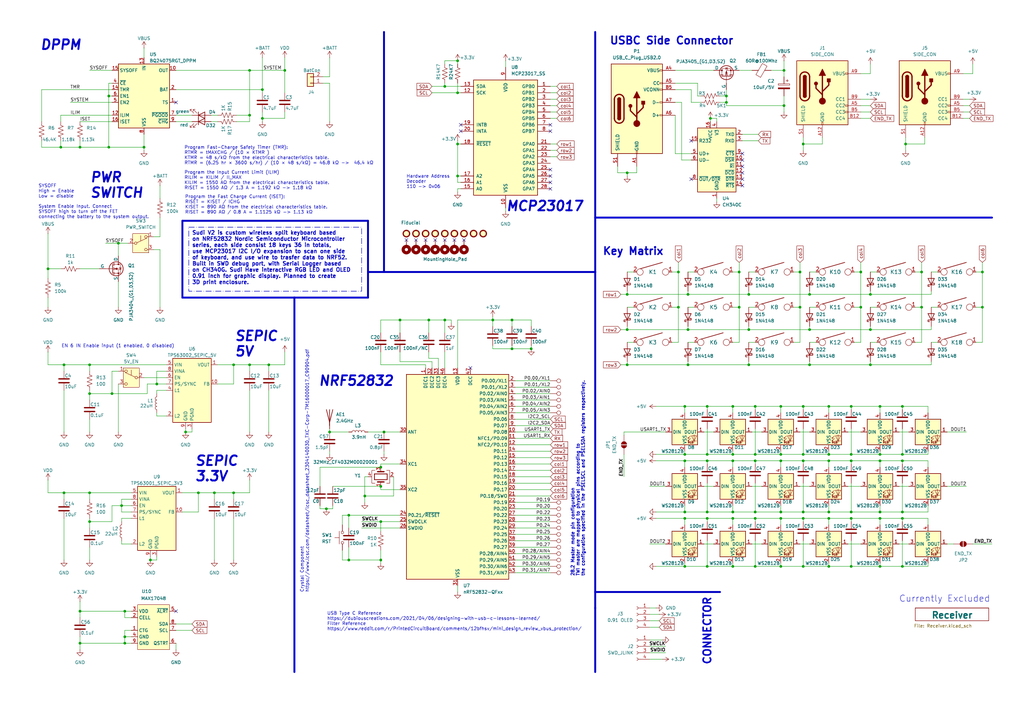
<source format=kicad_sch>
(kicad_sch (version 20231120) (generator "eeschema") (generator_version "8.0")
  (paper "User" 406.4 279.4)
  (title_block (title "SUDI - Main Schematic") (date "2024-11-16") (rev "2") (company "AHAH_TERROR") (comment 1 "Made With Love By AH") (comment 2 "REV2: add DPPM and SEPIC Converter"))
  (junction (at 328.93 224.79))
  (junction (at 358.14 205.74))
  (junction (at 297.18 144.78))
  (junction (at 309.88 224.79))
  (junction (at 341.63 121.92))
  (junction (at 113.03 27.94))
  (junction (at 73.66 171.45))
  (junction (at 92.71 195.58))
  (junction (at 43.18 38.1))
  (junction (at 35.56 195.58))
  (junction (at 181.61 57.15))
  (junction (at 290.83 203.2))
  (junction (at 48.26 200.66))
  (junction (at 273.05 130.81))
  (junction (at 337.82 180.34))
  (junction (at 181.61 24.13))
  (junction (at 328.93 203.2))
  (junction (at 309.88 205.74))
  (junction (at 337.82 161.29))
  (junction (at 280.67 161.29))
  (junction (at 299.72 205.74))
  (junction (at 365.76 107.95))
  (junction (at 35.56 144.78))
  (junction (at 317.5 107.95))
  (junction (at 25.4 144.78))
  (junction (at 328.93 161.29))
  (junction (at 318.77 224.79))
  (junction (at 321.31 144.78))
  (junction (at 43.18 58.42))
  (junction (at 104.14 35.56))
  (junction (at 138.43 204.47))
  (junction (at 271.78 180.34))
  (junction (at 311.15 27.94))
  (junction (at 328.93 205.74))
  (junction (at 290.83 180.34))
  (junction (at 341.63 107.95))
  (junction (at 299.72 224.79))
  (junction (at 269.24 121.92))
  (junction (at 349.25 224.79))
  (junction (at 49.53 242.57))
  (junction (at 92.71 144.78))
  (junction (at 269.24 107.95))
  (junction (at 271.78 205.74))
  (junction (at 337.82 203.2))
  (junction (at 345.44 130.81))
  (junction (at 176.53 34.29))
  (junction (at 35.56 156.21))
  (junction (at 290.83 161.29))
  (junction (at 19.05 106.68))
  (junction (at 318.77 161.29))
  (junction (at 248.92 68.58))
  (junction (at 318.77 57.15))
  (junction (at 290.83 182.88))
  (junction (at 181.61 69.85))
  (junction (at 273.05 116.84))
  (junction (at 138.43 222.25))
  (junction (at 297.18 130.81))
  (junction (at 358.14 203.2))
  (junction (at 349.25 161.29))
  (junction (at 99.06 144.78))
  (junction (at 389.89 121.92))
  (junction (at 170.18 127))
  (junction (at 99.06 45.72))
  (junction (at 389.89 107.95))
  (junction (at 318.77 205.74))
  (junction (at 299.72 203.2))
  (junction (at 288.29 38.1))
  (junction (at 25.4 195.58))
  (junction (at 299.72 161.29))
  (junction (at 321.31 116.84))
  (junction (at 337.82 182.88))
  (junction (at 104.14 46.99))
  (junction (at 151.13 207.01))
  (junction (at 345.44 116.84))
  (junction (at 99.06 27.94))
  (junction (at 210.82 138.43))
  (junction (at 365.76 121.92))
  (junction (at 311.15 41.91))
  (junction (at 358.14 161.29))
  (junction (at 248.92 130.81))
  (junction (at 46.99 96.52))
  (junction (at 130.81 171.45))
  (junction (at 349.25 182.88))
  (junction (at 151.13 185.42))
  (junction (at 293.37 121.92))
  (junction (at 309.88 161.29))
  (junction (at 299.72 180.34))
  (junction (at 290.83 224.79))
  (junction (at 31.75 255.27))
  (junction (at 328.93 182.88))
  (junction (at 318.77 203.2))
  (junction (at 49.53 252.73))
  (junction (at 203.2 127))
  (junction (at 358.14 224.79))
  (junction (at 349.25 203.2))
  (junction (at 271.78 224.79))
  (junction (at 57.15 58.42))
  (junction (at 349.25 180.34))
  (junction (at 158.75 127))
  (junction (at 129.54 201.93))
  (junction (at 280.67 205.74))
  (junction (at 144.78 196.85))
  (junction (at 318.77 182.88))
  (junction (at 309.88 182.88))
  (junction (at 271.78 203.2))
  (junction (at 293.37 107.95))
  (junction (at 299.72 182.88))
  (junction (at 297.18 116.84))
  (junction (at 49.53 255.27))
  (junction (at 280.67 180.34))
  (junction (at 358.14 180.34))
  (junction (at 280.67 224.79))
  (junction (at 271.78 182.88))
  (junction (at 281.94 46.99))
  (junction (at 78.74 195.58))
  (junction (at 85.09 195.58))
  (junction (at 321.31 130.81))
  (junction (at 358.14 182.88))
  (junction (at 280.67 182.88))
  (junction (at 44.45 156.21))
  (junction (at 349.25 205.74))
  (junction (at 317.5 121.92))
  (junction (at 195.58 127))
  (junction (at 273.05 144.78))
  (junction (at 288.29 40.64))
  (junction (at 359.41 57.15))
  (junction (at 328.93 180.34))
  (junction (at 337.82 224.79))
  (junction (at 280.67 203.2))
  (junction (at 181.61 36.83))
  (junction (at 248.92 116.84))
  (junction (at 290.83 205.74))
  (junction (at 318.77 180.34))
  (junction (at 176.53 127))
  (junction (at 345.44 144.78))
  (junction (at 59.69 222.25))
  (junction (at 35.56 207.01))
  (junction (at 62.23 152.4))
  (junction (at 24.13 58.42))
  (junction (at 309.88 180.34))
  (junction (at 151.13 193.04))
  (junction (at 248.92 144.78))
  (junction (at 271.78 161.29))
  (junction (at 309.88 203.2))
  (junction (at 337.82 205.74))
  (junction (at 31.75 242.57))
  (junction (at 203.2 138.43))
  (junction (at 151.13 222.25))
  (junction (at 106.68 144.78))
  (junction (at 152.4 171.45))
  (junction (at 31.75 58.42))
  (no_connect (at 294.64 68.58))
  (no_connect (at 184.15 95.25))
  (no_connect (at 69.85 40.64))
  (no_connect (at 165.1 95.25))
  (no_connect (at 218.44 52.07))
  (no_connect (at 218.44 74.93))
  (no_connect (at 69.85 242.57))
  (no_connect (at 218.44 72.39))
  (no_connect (at 294.64 73.66))
  (no_connect (at 218.44 49.53))
  (no_connect (at 274.32 55.88))
  (no_connect (at 294.64 60.96))
  (no_connect (at 218.44 69.85))
  (no_connect (at 168.91 95.25))
  (no_connect (at 182.88 49.53))
  (no_connect (at 294.64 71.12))
  (no_connect (at 176.53 95.25))
  (no_connect (at 172.72 95.25))
  (no_connect (at 294.64 66.04))
  (no_connect (at 182.88 52.07))
  (no_connect (at 274.32 71.12))
  (no_connect (at 294.64 63.5))
  (no_connect (at 161.29 95.25))
  (no_connect (at 186.69 146.05))
  (no_connect (at 218.44 67.31))
  (no_connect (at 180.34 95.25))
  (wire (pts (xy 339.09 107.95) (xy 341.63 107.95)))
  (wire (pts (xy 143.51 209.55) (xy 158.75 209.55)))
  (wire (pts (xy 288.29 38.1) (xy 288.29 40.64)))
  (wire (pts (xy 311.15 24.13) (xy 311.15 27.94)))
  (wire (pts (xy 218.44 224.79) (xy 204.47 224.79)))
  (wire (pts (xy 365.76 121.92) (xy 365.76 135.89)))
  (wire (pts (xy 210.82 127) (xy 203.2 127)))
  (wire (pts (xy 204.47 168.91) (xy 218.44 168.91)))
  (wire (pts (xy 368.3 161.29) (xy 368.3 163.83)))
  (wire (pts (xy 31.75 242.57) (xy 49.53 242.57)))
  (wire (pts (xy 309.88 180.34) (xy 318.77 180.34)))
  (wire (pts (xy 113.03 22.86) (xy 113.03 27.94)))
  (wire (pts (xy 359.41 57.15) (xy 359.41 59.69)))
  (wire (pts (xy 349.25 203.2) (xy 358.14 203.2)))
  (wire (pts (xy 171.45 34.29) (xy 176.53 34.29)))
  (polyline (pts (xy 236.22 107.95) (xy 236.22 241.3)) (stroke (width 0.762)))
  (wire (pts (xy 176.53 34.29) (xy 182.88 34.29)))
  (wire (pts (xy 181.61 55.88) (xy 181.61 57.15)))
  (wire (pts (xy 328.93 161.29) (xy 328.93 163.83)))
  (wire (pts (xy 158.75 184.15) (xy 151.13 184.15)))
  (wire (pts (xy 130.81 171.45) (xy 138.43 171.45)))
  (wire (pts (xy 128.27 30.48) (xy 130.81 30.48)))
  (wire (pts (xy 318.77 203.2) (xy 328.93 203.2)))
  (wire (pts (xy 273.05 135.89) (xy 275.59 135.89)))
  (wire (pts (xy 195.58 125.73) (xy 195.58 127)))
  (wire (pts (xy 181.61 146.05) (xy 181.61 127)))
  (wire (pts (xy 290.83 205.74) (xy 299.72 205.74)))
  (wire (pts (xy 113.03 44.45) (xy 113.03 46.99)))
  (wire (pts (xy 144.78 189.23) (xy 144.78 196.85)))
  (wire (pts (xy 260.35 205.74) (xy 271.78 205.74)))
  (wire (pts (xy 349.25 205.74) (xy 349.25 208.28)))
  (wire (pts (xy 358.14 170.18) (xy 358.14 180.34)))
  (polyline (pts (xy 236.22 86.36) (xy 393.7 86.36)) (stroke (width 0.762)))
  (wire (pts (xy 138.43 222.25) (xy 151.13 222.25)))
  (wire (pts (xy 176.53 33.02) (xy 176.53 34.29)))
  (wire (pts (xy 273.05 129.54) (xy 273.05 130.81)))
  (wire (pts (xy 181.61 74.93) (xy 182.88 74.93)))
  (wire (pts (xy 62.23 154.94) (xy 66.04 154.94)))
  (wire (pts (xy 62.23 147.32) (xy 66.04 147.32)))
  (wire (pts (xy 294.64 55.88) (xy 300.99 55.88)))
  (wire (pts (xy 181.61 33.02) (xy 181.61 36.83)))
  (wire (pts (xy 93.98 48.26) (xy 99.06 48.26)))
  (wire (pts (xy 19.05 144.78) (xy 25.4 144.78)))
  (wire (pts (xy 341.63 193.04) (xy 336.55 193.04)))
  (wire (pts (xy 273.05 116.84) (xy 297.18 116.84)))
  (wire (pts (xy 309.88 182.88) (xy 318.77 182.88)))
  (wire (pts (xy 363.22 121.92) (xy 365.76 121.92)))
  (wire (pts (xy 299.72 184.15) (xy 299.72 182.88)))
  (wire (pts (xy 273.05 121.92) (xy 275.59 121.92)))
  (wire (pts (xy 384.81 46.99) (xy 382.27 46.99)))
  (wire (pts (xy 46.99 152.4) (xy 46.99 171.45)))
  (wire (pts (xy 35.56 144.78) (xy 66.04 144.78)))
  (wire (pts (xy 387.35 107.95) (xy 389.89 107.95)))
  (wire (pts (xy 218.44 36.83) (xy 220.98 36.83)))
  (wire (pts (xy 246.38 116.84) (xy 248.92 116.84)))
  (wire (pts (xy 181.61 69.85) (xy 182.88 69.85)))
  (polyline (pts (xy 152.4 12.7) (xy 152.4 107.95)) (stroke (width 0.762)))
  (wire (pts (xy 368.3 200.66) (xy 368.3 203.2)))
  (wire (pts (xy 345.44 25.4) (xy 345.44 29.21)))
  (wire (pts (xy 328.93 182.88) (xy 337.82 182.88)))
  (wire (pts (xy 280.67 191.77) (xy 280.67 203.2)))
  (wire (pts (xy 210.82 138.43) (xy 210.82 137.16)))
  (wire (pts (xy 19.05 106.68) (xy 19.05 92.71)))
  (wire (pts (xy 179.07 127) (xy 176.53 127)))
  (wire (pts (xy 274.32 35.56) (xy 274.32 40.64)))
  (wire (pts (xy 62.23 165.1) (xy 66.04 165.1)))
  (wire (pts (xy 151.13 144.78) (xy 168.91 144.78)))
  (wire (pts (xy 321.31 143.51) (xy 321.31 144.78)))
  (wire (pts (xy 195.58 138.43) (xy 203.2 138.43)))
  (wire (pts (xy 271.78 205.74) (xy 280.67 205.74)))
  (wire (pts (xy 358.14 207.01) (xy 358.14 205.74)))
  (polyline (pts (xy 146.05 107.95) (xy 152.4 107.95)) (stroke (width 0.762)))
  (wire (pts (xy 247.65 171.45) (xy 247.65 172.72)))
  (wire (pts (xy 49.53 242.57) (xy 52.07 242.57)))
  (wire (pts (xy 16.51 55.88) (xy 16.51 58.42)))
  (wire (pts (xy 311.15 41.91) (xy 311.15 44.45)))
  (wire (pts (xy 337.82 184.15) (xy 337.82 182.88)))
  (wire (pts (xy 360.68 193.04) (xy 356.87 193.04)))
  (wire (pts (xy 290.83 135.89) (xy 293.37 135.89)))
  (wire (pts (xy 337.82 182.88) (xy 349.25 182.88)))
  (wire (pts (xy 49.53 255.27) (xy 52.07 255.27)))
  (wire (pts (xy 280.67 203.2) (xy 290.83 203.2)))
  (wire (pts (xy 31.75 238.76) (xy 31.75 242.57)))
  (wire (pts (xy 48.26 215.9) (xy 52.07 215.9)))
  (wire (pts (xy 25.4 195.58) (xy 25.4 198.12)))
  (wire (pts (xy 280.67 184.15) (xy 280.67 182.88)))
  (wire (pts (xy 35.56 209.55) (xy 35.56 207.01)))
  (wire (pts (xy 271.78 205.74) (xy 271.78 208.28)))
  (wire (pts (xy 204.47 194.31) (xy 218.44 194.31)))
  (wire (pts (xy 60.96 93.98) (xy 63.5 93.98)))
  (wire (pts (xy 318.77 205.74) (xy 328.93 205.74)))
  (wire (pts (xy 41.91 96.52) (xy 46.99 96.52)))
  (wire (pts (xy 59.69 222.25) (xy 62.23 222.25)))
  (wire (pts (xy 314.96 135.89) (xy 317.5 135.89)))
  (wire (pts (xy 86.36 144.78) (xy 92.71 144.78)))
  (wire (pts (xy 69.85 257.81) (xy 69.85 255.27)))
  (wire (pts (xy 280.67 162.56) (xy 280.67 161.29)))
  (wire (pts (xy 19.05 118.11) (xy 19.05 121.92)))
  (wire (pts (xy 345.44 107.95) (xy 347.98 107.95)))
  (wire (pts (xy 297.18 143.51) (xy 297.18 144.78)))
  (wire (pts (xy 248.92 68.58) (xy 252.73 68.58)))
  (wire (pts (xy 283.21 193.04) (xy 279.4 193.04)))
  (wire (pts (xy 16.51 35.56) (xy 16.51 48.26)))
  (wire (pts (xy 271.78 200.66) (xy 271.78 203.2)))
  (wire (pts (xy 63.5 99.06) (xy 60.96 99.06)))
  (wire (pts (xy 113.03 139.7) (xy 113.03 144.78)))
  (wire (pts (xy 48.26 205.74) (xy 52.07 205.74)))
  (wire (pts (xy 299.72 170.18) (xy 299.72 180.34)))
  (wire (pts (xy 280.67 207.01) (xy 280.67 205.74)))
  (polyline (pts (xy 72.39 87.63) (xy 146.05 87.63)) (stroke (width 0.762)))
  (wire (pts (xy 386.08 29.21) (xy 382.27 29.21)))
  (wire (pts (xy 358.14 205.74) (xy 368.3 205.74)))
  (wire (pts (xy 269.24 121.92) (xy 269.24 135.89)))
  (wire (pts (xy 35.56 207.01) (xy 35.56 205.74)))
  (wire (pts (xy 218.44 201.93) (xy 204.47 201.93)))
  (wire (pts (xy 271.78 182.88) (xy 280.67 182.88)))
  (wire (pts (xy 302.26 215.9) (xy 298.45 215.9)))
  (wire (pts (xy 204.47 181.61) (xy 218.44 181.61)))
  (wire (pts (xy 299.72 182.88) (xy 309.88 182.88)))
  (wire (pts (xy 345.44 115.57) (xy 345.44 116.84)))
  (wire (pts (xy 290.83 182.88) (xy 299.72 182.88)))
  (wire (pts (xy 317.5 171.45) (xy 321.31 171.45)))
  (wire (pts (xy 218.44 227.33) (xy 204.47 227.33)))
  (wire (pts (xy 248.92 115.57) (xy 248.92 116.84)))
  (wire (pts (xy 57.15 58.42) (xy 57.15 53.34)))
  (wire (pts (xy 31.75 55.88) (xy 31.75 58.42)))
  (wire (pts (xy 218.44 219.71) (xy 204.47 219.71)))
  (wire (pts (xy 321.31 129.54) (xy 321.31 130.81)))
  (wire (pts (xy 260.35 161.29) (xy 271.78 161.29)))
  (wire (pts (xy 181.61 127) (xy 195.58 127)))
  (wire (pts (xy 92.71 205.74) (xy 92.71 222.25)))
  (wire (pts (xy 24.13 106.68) (xy 19.05 106.68)))
  (wire (pts (xy 104.14 35.56) (xy 104.14 36.83)))
  (wire (pts (xy 49.53 252.73) (xy 49.53 255.27)))
  (wire (pts (xy 290.83 107.95) (xy 293.37 107.95)))
  (wire (pts (xy 252.73 68.58) (xy 252.73 66.04)))
  (wire (pts (xy 271.78 161.29) (xy 280.67 161.29)))
  (wire (pts (xy 317.5 121.92) (xy 317.5 135.89)))
  (wire (pts (xy 181.61 25.4) (xy 181.61 24.13)))
  (wire (pts (xy 130.81 180.34) (xy 130.81 179.07)))
  (wire (pts (xy 62.23 147.32) (xy 62.23 152.4)))
  (wire (pts (xy 299.72 191.77) (xy 299.72 203.2)))
  (wire (pts (xy 248.92 143.51) (xy 248.92 144.78)))
  (wire (pts (xy 290.83 224.79) (xy 290.83 223.52)))
  (wire (pts (xy 19.05 195.58) (xy 25.4 195.58)))
  (wire (pts (xy 176.53 139.7) (xy 176.53 146.05)))
  (wire (pts (xy 260.35 182.88) (xy 271.78 182.88)))
  (wire (pts (xy 218.44 207.01) (xy 204.47 207.01)))
  (wire (pts (xy 195.58 137.16) (xy 195.58 138.43)))
  (wire (pts (xy 273.05 144.78) (xy 297.18 144.78)))
  (polyline (pts (xy 146.05 87.63) (xy 146.05 107.95)) (stroke (width 0.762)))
  (wire (pts (xy 48.26 198.12) (xy 48.26 200.66)))
  (wire (pts (xy 341.63 215.9) (xy 336.55 215.9)))
  (wire (pts (xy 384.81 39.37) (xy 382.27 39.37)))
  (wire (pts (xy 270.51 63.5) (xy 274.32 63.5)))
  (wire (pts (xy 158.75 127) (xy 170.18 127)))
  (wire (pts (xy 257.81 193.04) (xy 264.16 193.04)))
  (wire (pts (xy 218.44 41.91) (xy 220.98 41.91)))
  (wire (pts (xy 72.39 195.58) (xy 78.74 195.58)))
  (wire (pts (xy 245.11 66.04) (xy 245.11 68.58)))
  (wire (pts (xy 35.56 207.01) (xy 44.45 207.01)))
  (wire (pts (xy 290.83 161.29) (xy 290.83 163.83)))
  (wire (pts (xy 204.47 179.07) (xy 218.44 179.07)))
  (wire (pts (xy 328.93 205.74) (xy 337.82 205.74)))
  (wire (pts (xy 57.15 59.69) (xy 57.15 58.42)))
  (wire (pts (xy 297.18 115.57) (xy 297.18 116.84)))
  (wire (pts (xy 288.29 40.64) (xy 285.75 40.64)))
  (wire (pts (xy 181.61 57.15) (xy 182.88 57.15)))
  (wire (pts (xy 365.76 107.95) (xy 365.76 121.92)))
  (wire (pts (xy 99.06 154.94) (xy 99.06 171.45)))
  (wire (pts (xy 31.75 255.27) (xy 49.53 255.27)))
  (wire (pts (xy 369.57 143.51) (xy 369.57 144.78)))
  (wire (pts (xy 280.67 161.29) (xy 290.83 161.29)))
  (wire (pts (xy 369.57 121.92) (xy 372.11 121.92)))
  (wire (pts (xy 58.42 152.4) (xy 58.42 156.21)))
  (wire (pts (xy 276.86 33.02) (xy 276.86 38.1)))
  (wire (pts (xy 318.77 214.63) (xy 318.77 224.79)))
  (wire (pts (xy 345.44 144.78) (xy 369.57 144.78)))
  (wire (pts (xy 288.29 35.56) (xy 288.29 38.1)))
  (wire (pts (xy 31.75 58.42) (xy 43.18 58.42)))
  (wire (pts (xy 138.43 217.17) (xy 138.43 222.25)))
  (wire (pts (xy 181.61 57.15) (xy 181.61 69.85)))
  (wire (pts (xy 25.4 144.78) (xy 25.4 147.32)))
  (wire (pts (xy 104.14 44.45) (xy 104.14 46.99)))
  (wire (pts (xy 284.48 46.99) (xy 281.94 46.99)))
  (wire (pts (xy 321.31 215.9) (xy 317.5 215.9)))
  (wire (pts (xy 349.25 224.79) (xy 358.14 224.79)))
  (wire (pts (xy 356.87 171.45) (xy 360.68 171.45)))
  (wire (pts (xy 35.56 156.21) (xy 44.45 156.21)))
  (wire (pts (xy 58.42 152.4) (xy 62.23 152.4)))
  (wire (pts (xy 269.24 107.95) (xy 269.24 121.92)))
  (wire (pts (xy 63.5 86.36) (xy 63.5 93.98)))
  (wire (pts (xy 271.78 203.2) (xy 280.67 203.2)))
  (wire (pts (xy 280.67 180.34) (xy 290.83 180.34)))
  (wire (pts (xy 290.83 161.29) (xy 299.72 161.29)))
  (wire (pts (xy 24.13 45.72) (xy 24.13 48.26)))
  (wire (pts (xy 321.31 130.81) (xy 345.44 130.81)))
  (wire (pts (xy 78.74 195.58) (xy 78.74 203.2)))
  (wire (pts (xy 341.63 107.95) (xy 341.63 121.92)))
  (wire (pts (xy 44.45 147.32) (xy 44.45 156.21)))
  (wire (pts (xy 62.23 154.94) (xy 62.23 156.21)))
  (wire (pts (xy 16.51 35.56) (xy 44.45 35.56)))
  (wire (pts (xy 328.93 224.79) (xy 328.93 223.52)))
  (wire (pts (xy 337.82 162.56) (xy 337.82 161.29)))
  (wire (pts (xy 78.74 195.58) (xy 85.09 195.58)))
  (wire (pts (xy 337.82 170.18) (xy 337.82 180.34)))
  (wire (pts (xy 369.57 129.54) (xy 369.57 130.81)))
  (wire (pts (xy 345.44 130.81) (xy 369.57 130.81)))
  (wire (pts (xy 271.78 179.07) (xy 271.78 180.34)))
  (wire (pts (xy 195.58 129.54) (xy 195.58 127)))
  (wire (pts (xy 247.65 171.45) (xy 264.16 171.45)))
  (wire (pts (xy 218.44 46.99) (xy 220.98 46.99)))
  (wire (pts (xy 218.44 214.63) (xy 204.47 214.63)))
  (wire (pts (xy 337.82 180.34) (xy 349.25 180.34)))
  (wire (pts (xy 290.83 182.88) (xy 290.83 185.42)))
  (wire (pts (xy 24.13 45.72) (xy 44.45 45.72)))
  (wire (pts (xy 358.14 191.77) (xy 358.14 203.2)))
  (wire (pts (xy 297.18 121.92) (xy 299.72 121.92)))
  (wire (pts (xy 62.23 163.83) (xy 62.23 165.1)))
  (wire (pts (xy 266.7 135.89) (xy 269.24 135.89)))
  (wire (pts (xy 218.44 153.67) (xy 204.47 153.67)))
  (wire (pts (xy 35.56 144.78) (xy 35.56 147.32)))
  (wire (pts (xy 24.13 58.42) (xy 31.75 58.42)))
  (wire (pts (xy 276.86 38.1) (xy 278.13 38.1)))
  (wire (pts (xy 262.89 261.62) (xy 257.81 261.62)))
  (wire (pts (xy 271.78 180.34) (xy 280.67 180.34)))
  (wire (pts (xy 274.32 40.64) (xy 278.13 40.64)))
  (wire (pts (xy 19.05 110.49) (xy 19.05 106.68)))
  (wire (pts (xy 218.44 44.45) (xy 220.98 44.45)))
  (wire (pts (xy 135.89 204.47) (xy 138.43 204.47)))
  (wire (pts (xy 328.93 205.74) (xy 328.93 208.28)))
  (wire (pts (xy 270.51 40.64) (xy 267.97 40.64)))
  (wire (pts (xy 204.47 176.53) (xy 218.44 176.53)))
  (wire (pts (xy 203.2 137.16) (xy 203.2 138.43)))
  (wire (pts (xy 113.03 36.83) (xy 113.03 27.94)))
  (polyline (pts (xy 152.4 107.95) (xy 236.22 107.95)) (stroke (width 0.762)))
  (wire (pts (xy 321.31 135.89) (xy 323.85 135.89)))
  (wire (pts (xy 35.56 158.75) (xy 35.56 156.21)))
  (wire (pts (xy 99.06 190.5) (xy 99.06 195.58)))
  (wire (pts (xy 273.05 115.57) (xy 273.05 116.84)))
  (wire (pts (xy 86.36 48.26) (xy 83.82 48.26)))
  (wire (pts (xy 151.13 139.7) (xy 151.13 144.78)))
  (wire (pts (xy 271.78 182.88) (xy 271.78 185.42)))
  (wire (pts (xy 44.45 200.66) (xy 48.26 200.66)))
  (wire (pts (xy 345.44 135.89) (xy 347.98 135.89)))
  (wire (pts (xy 337.82 191.77) (xy 337.82 203.2)))
  (wire (pts (xy 260.35 203.2) (xy 271.78 203.2)))
  (wire (pts (xy 328.93 182.88) (xy 328.93 185.42)))
  (wire (pts (xy 284.48 48.26) (xy 284.48 46.99)))
  (wire (pts (xy 309.88 203.2) (xy 318.77 203.2)))
  (wire (pts (xy 328.93 179.07) (xy 328.93 180.34)))
  (wire (pts (xy 318.77 170.18) (xy 318.77 180.34)))
  (wire (pts (xy 349.25 200.66) (xy 349.25 203.2)))
  (wire (pts (xy 358.14 203.2) (xy 368.3 203.2)))
  (wire (pts (xy 69.85 35.56) (xy 104.14 35.56)))
  (wire (pts (xy 59.69 220.98) (xy 59.69 222.25)))
  (wire (pts (xy 170.18 142.24) (xy 173.99 142.24)))
  (wire (pts (xy 248.92 129.54) (xy 248.92 130.81)))
  (wire (pts (xy 85.09 195.58) (xy 92.71 195.58)))
  (wire (pts (xy 314.96 107.95) (xy 317.5 107.95)))
  (wire (pts (xy 25.4 154.94) (xy 25.4 171.45)))
  (wire (pts (xy 104.14 46.99) (xy 104.14 48.26)))
  (wire (pts (xy 43.18 38.1) (xy 44.45 38.1)))
  (wire (pts (xy 290.83 205.74) (xy 290.83 208.28)))
  (wire (pts (xy 152.4 179.07) (xy 152.4 180.34)))
  (wire (pts (xy 368.3 224.79) (xy 368.3 223.52)))
  (wire (pts (xy 218.44 204.47) (xy 204.47 204.47)))
  (wire (pts (xy 44.45 156.21) (xy 58.42 156.21)))
  (wire (pts (xy 317.5 107.95) (xy 317.5 121.92)))
  (wire (pts (xy 369.57 107.95) (xy 372.11 107.95)))
  (wire (pts (xy 132.08 201.93) (xy 132.08 200.66)))
  (wire (pts (xy 311.15 27.94) (xy 311.15 30.48)))
  (wire (pts (xy 35.56 217.17) (xy 35.56 222.25)))
  (wire (pts (xy 203.2 138.43) (xy 210.82 138.43)))
  (wire (pts (xy 284.48 78.74) (xy 284.48 80.01)))
  (wire (pts (xy 218.44 212.09) (xy 204.47 212.09)))
  (wire (pts (xy 280.67 205.74) (xy 290.83 205.74)))
  (wire (pts (xy 280.67 170.18) (xy 280.67 180.34)))
  (wire (pts (xy 218.44 199.39) (xy 204.47 199.39)))
  (wire (pts (xy 92.71 198.12) (xy 92.71 195.58)))
  (wire (pts (xy 337.82 214.63) (xy 337.82 224.79)))
  (wire (pts (xy 293.37 107.95) (xy 293.37 121.92)))
  (wire (pts (xy 43.18 58.42) (xy 43.18 38.1)))
  (wire (pts (xy 283.21 215.9) (xy 279.4 215.9)))
  (wire (pts (xy 267.97 35.56) (xy 274.32 35.56)))
  (wire (pts (xy 279.4 171.45) (xy 283.21 171.45)))
  (wire (pts (xy 135.89 222.25) (xy 138.43 222.25)))
  (wire (pts (xy 99.06 27.94) (xy 113.03 27.94)))
  (wire (pts (xy 299.72 161.29) (xy 309.88 161.29)))
  (wire (pts (xy 318.77 57.15) (xy 318.77 59.69)))
  (polyline (pts (xy 236.22 241.3) (xy 236.22 266.7)) (stroke (width 0.762)))
  (wire (pts (xy 297.18 130.81) (xy 321.31 130.81)))
  (wire (pts (xy 309.88 224.79) (xy 318.77 224.79)))
  (wire (pts (xy 218.44 209.55) (xy 204.47 209.55)))
  (wire (pts (xy 48.26 205.74) (xy 48.26 207.01)))
  (wire (pts (xy 317.5 104.14) (xy 317.5 107.95)))
  (wire (pts (xy 218.44 217.17) (xy 204.47 217.17)))
  (wire (pts (xy 345.44 143.51) (xy 345.44 144.78)))
  (wire (pts (xy 144.78 189.23) (xy 146.05 189.23)))
  (wire (pts (xy 57.15 149.86) (xy 66.04 149.86)))
  (wire (pts (xy 218.44 158.75) (xy 204.47 158.75)))
  (polyline (pts (xy 116.84 118.11) (xy 146.05 118.11)) (stroke (width 0.762)))
  (wire (pts (xy 260.35 180.34) (xy 271.78 180.34)))
  (wire (pts (xy 309.88 182.88) (xy 309.88 185.42)))
  (wire (pts (xy 318.77 54.61) (xy 318.77 57.15)))
  (wire (pts (xy 387.35 135.89) (xy 389.89 135.89)))
  (wire (pts (xy 290.83 224.79) (xy 299.72 224.79)))
  (wire (pts (xy 16.51 58.42) (xy 24.13 58.42)))
  (wire (pts (xy 151.13 127) (xy 151.13 132.08)))
  (wire (pts (xy 218.44 222.25) (xy 204.47 222.25)))
  (wire (pts (xy 349.25 179.07) (xy 349.25 180.34)))
  (polyline (pts (xy 116.84 118.11) (xy 116.84 266.7)) (stroke (width 0.762)))
  (wire (pts (xy 19.05 139.7) (xy 19.05 144.78)))
  (wire (pts (xy 358.14 180.34) (xy 368.3 180.34)))
  (wire (pts (xy 299.72 207.01) (xy 299.72 205.74)))
  (wire (pts (xy 299.72 214.63) (xy 299.72 224.79)))
  (wire (pts (xy 132.08 193.04) (xy 151.13 193.04)))
  (wire (pts (xy 158.75 139.7) (xy 158.75 143.51)))
  (wire (pts (xy 269.24 104.14) (xy 269.24 107.95)))
  (wire (pts (xy 290.83 179.07) (xy 290.83 180.34)))
  (polyline (pts (xy 72.39 118.11) (xy 116.84 118.11)) (stroke (width 0.762)))
  (wire (pts (xy 49.53 250.19) (xy 52.07 250.19)))
  (wire (pts (xy 218.44 34.29) (xy 220.98 34.29)))
  (wire (pts (xy 309.88 161.29) (xy 309.88 163.83)))
  (wire (pts (xy 248.92 144.78) (xy 273.05 144.78)))
  (wire (pts (xy 204.47 166.37) (xy 218.44 166.37)))
  (wire (pts (xy 49.53 245.11) (xy 52.07 245.11)))
  (wire (pts (xy 260.35 224.79) (xy 271.78 224.79)))
  (wire (pts (xy 336.55 171.45) (xy 341.63 171.45)))
  (wire (pts (xy 349.25 161.29) (xy 349.25 163.83)))
  (wire (pts (xy 299.72 224.79) (xy 309.88 224.79)))
  (wire (pts (xy 375.92 171.45) (xy 383.54 171.45)))
  (wire (pts (xy 49.53 242.57) (xy 49.53 245.11)))
  (wire (pts (xy 176.53 24.13) (xy 176.53 25.4)))
  (wire (pts (xy 321.31 193.04) (xy 317.5 193.04)))
  (wire (pts (xy 92.71 195.58) (xy 99.06 195.58)))
  (wire (pts (xy 135.89 208.28) (xy 135.89 204.47)))
  (wire (pts (xy 156.21 189.23) (xy 156.21 196.85)))
  (wire (pts (xy 297.18 129.54) (xy 297.18 130.81)))
  (wire (pts (xy 309.88 224.79) (xy 309.88 223.52)))
  (wire (pts (xy 170.18 127) (xy 176.53 127)))
  (wire (pts (xy 299.72 162.56) (xy 299.72 161.29)))
  (wire (pts (xy 69.85 48.26) (xy 76.2 48.26)))
  (wire (pts (xy 358.14 162.56) (xy 358.14 161.29)))
  (wire (pts (xy 218.44 151.13) (xy 204.47 151.13)))
  (wire (pts (xy 328.93 224.79) (xy 337.82 224.79)))
  (wire (pts (xy 318.77 207.01) (xy 318.77 205.74)))
  (wire (pts (xy 337.82 205.74) (xy 349.25 205.74)))
  (wire (pts (xy 266.7 121.92) (xy 269.24 121.92)))
  (wire (pts (xy 389.89 104.14) (xy 389.89 107.95)))
  (wire (pts (xy 218.44 59.69) (xy 220.98 59.69)))
  (wire (pts (xy 48.26 203.2) (xy 52.07 203.2)))
  (wire (pts (xy 358.14 224.79) (xy 368.3 224.79)))
  (wire (pts (xy 309.88 200.66) (xy 309.88 203.2)))
  (wire (pts (xy 25.4 144.78) (xy 35.56 144.78)))
  (wire (pts (xy 386.08 215.9) (xy 393.7 215.9)))
  (wire (pts (xy 318.77 182.88) (xy 328.93 182.88)))
  (wire (pts (xy 267.97 27.94) (xy 283.21 27.94)))
  (wire (pts (xy 297.18 135.89) (xy 299.72 135.89)))
  (wire (pts (xy 358.14 184.15) (xy 358.14 182.88)))
  (wire (pts (xy 48.26 200.66) (xy 52.07 200.66)))
  (wire (pts (xy 321.31 115.57) (xy 321.31 116.84)))
  (wire (pts (xy 25.4 222.25) (xy 25.4 205.74)))
  (wire (pts (xy 369.57 115.57) (xy 369.57 116.84)))
  (wire (pts (xy 383.54 193.04) (xy 375.92 193.04)))
  (wire (pts (xy 31.75 252.73) (xy 31.75 255.27)))
  (wire (pts (xy 309.88 205.74) (xy 318.77 205.74)))
  (wire (pts (xy 297.18 107.95) (xy 299.72 107.95)))
  (wire (pts (xy 170.18 127) (xy 170.18 132.08)))
  (wire (pts (xy 266.7 107.95) (xy 269.24 107.95)))
  (polyline (pts (xy 72.39 87.63) (xy 72.39 118.11)) (stroke (width 0.762)))
  (wire (pts (xy 297.18 144.78) (xy 321.31 144.78)))
  (wire (pts (xy 35.56 166.37) (xy 35.56 171.45)))
  (wire (pts (xy 314.96 121.92) (xy 317.5 121.92)))
  (wire (pts (xy 349.25 205.74) (xy 358.14 205.74)))
  (wire (pts (xy 69.85 250.19) (xy 76.2 250.19)))
  (wire (pts (xy 369.57 135.89) (xy 372.11 135.89)))
  (wire (pts (xy 285.75 38.1) (xy 288.29 38.1)))
  (wire (pts (xy 345.44 44.45) (xy 341.63 44.45)))
  (wire (pts (xy 48.26 214.63) (xy 48.26 215.9)))
  (wire (pts (xy 368.3 205.74) (xy 368.3 208.28)))
  (wire (pts (xy 309.88 161.29) (xy 318.77 161.29)))
  (wire (pts (xy 69.85 45.72) (xy 76.2 45.72)))
  (wire (pts (xy 349.25 224.79) (xy 349.25 223.52)))
  (wire (pts (xy 257.81 259.08) (xy 264.16 259.08)))
  (wire (pts (xy 318.77 224.79) (xy 328.93 224.79)))
  (polyline (pts (xy 236.22 12.7) (xy 236.22 107.95)) (stroke (width 0.762)))
  (wire (pts (xy 218.44 57.15) (xy 220.98 57.15)))
  (wire (pts (xy 218.44 163.83) (xy 204.47 163.83)))
  (wire (pts (xy 31.75 245.11) (xy 31.75 242.57)))
  (wire (pts (xy 365.76 104.14) (xy 365.76 107.95)))
  (wire (pts (xy 204.47 171.45) (xy 218.44 171.45)))
  (wire (pts (xy 57.15 19.05) (xy 57.15 22.86)))
  (wire (pts (xy 181.61 76.2) (xy 181.61 74.93)))
  (wire (pts (xy 146.05 171.45) (xy 152.4 171.45)))
  (wire (pts (xy 35.56 27.94) (xy 44.45 27.94)))
  (wire (pts (xy 43.18 33.02) (xy 43.18 38.1)))
  (wire (pts (xy 273.05 107.95) (xy 275.59 107.95)))
  (wire (pts (xy 309.88 205.74) (xy 309.88 208.28)))
  (wire (pts (xy 200.66 82.55) (xy 200.66 83.82)))
  (wire (pts (xy 267.97 60.96) (xy 267.97 45.72)))
  (wire (pts (xy 204.47 186.69) (xy 218.44 186.69)))
  (wire (pts (xy 39.37 106.68) (xy 31.75 106.68)))
  (wire (pts (xy 49.53 250.19) (xy 49.53 252.73)))
  (wire (pts (xy 35.56 195.58) (xy 35.56 198.12)))
  (wire (pts (xy 339.09 135.89) (xy 341.63 135.89)))
  (wire (pts (xy 302.26 193.04) (xy 298.45 193.04)))
  (wire (pts (xy 389.89 121.92) (xy 389.89 135.89)))
  (polyline (pts (xy 146.05 107.95) (xy 146.05 118.11)) (stroke (width 0.762)))
  (wire (pts (xy 181.61 72.39) (xy 182.88 72.39)))
  (wire (pts (xy 63.5 73.66) (xy 63.5 78.74)))
  (wire (pts (xy 176.53 132.08) (xy 176.53 127)))
  (wire (pts (xy 73.66 170.18) (xy 73.66 171.45)))
  (wire (pts (xy 309.88 179.07) (xy 309.88 180.34)))
  (wire (pts (xy 326.39 57.15) (xy 318.77 57.15)))
  (wire (pts (xy 85.09 205.74) (xy 85.09 222.25)))
  (wire (pts (xy 280.67 224.79) (xy 290.83 224.79)))
  (wire (pts (xy 280.67 214.63) (xy 280.67 224.79)))
  (wire (pts (xy 318.77 191.77) (xy 318.77 203.2)))
  (wire (pts (xy 106.68 154.94) (xy 106.68 171.45)))
  (wire (pts (xy 298.45 171.45) (xy 302.26 171.45)))
  (wire (pts (xy 297.18 116.84) (xy 321.31 116.84)))
  (wire (pts (xy 273.05 143.51) (xy 273.05 144.78)))
  (wire (pts (xy 130.81 33.02) (xy 128.27 33.02)))
  (wire (pts (xy 271.78 161.29) (xy 271.78 163.83)))
  (wire (pts (xy 248.92 121.92) (xy 251.46 121.92)))
  (wire (pts (xy 328.93 200.66) (xy 328.93 203.2)))
  (wire (pts (xy 203.2 129.54) (xy 203.2 127)))
  (wire (pts (xy 248.92 116.84) (xy 273.05 116.84)))
  (wire (pts (xy 293.37 104.14) (xy 293.37 107.95)))
  (wire (pts (xy 46.99 96.52) (xy 50.8 96.52)))
  (wire (pts (xy 200.66 24.13) (xy 200.66 26.67)))
  (wire (pts (xy 341.63 104.14) (xy 341.63 107.95)))
  (wire (pts (xy 92.71 144.78) (xy 99.06 144.78)))
  (wire (pts (xy 130.81 48.26) (xy 130.81 33.02)))
  (wire (pts (xy 179.07 127) (xy 179.07 128.27)))
  (wire (pts (xy 299.72 205.74) (xy 309.88 205.74)))
  (wire (pts (xy 349.25 180.34) (xy 358.14 180.34)))
  (wire (pts (xy 49.53 252.73) (xy 52.07 252.73)))
  (wire (pts (xy 181.61 24.13) (xy 176.53 24.13)))
  (wire (pts (xy 328.93 203.2) (xy 337.82 203.2)))
  (wire (pts (xy 363.22 135.89) (xy 365.76 135.89)))
  (wire (pts (xy 337.82 203.2) (xy 349.25 203.2)))
  (wire (pts (xy 345.44 116.84) (xy 369.57 116.84)))
  (wire (pts (xy 138.43 204.47) (xy 158.75 204.47)))
  (wire (pts (xy 85.09 195.58) (xy 85.09 198.12)))
  (wire (pts (xy 247.65 189.23) (xy 247.65 180.34)))
  (wire (pts (xy 127 201.93) (xy 129.54 201.93)))
  (wire (pts (xy 345.44 39.37) (xy 341.63 39.37)))
  (wire (pts (xy 248.92 130.81) (xy 273.05 130.81)))
  (wire (pts (xy 360.68 215.9) (xy 356.87 215.9)))
  (wire (pts (xy 248.92 135.89) (xy 251.46 135.89)))
  (wire (pts (xy 99.06 27.94) (xy 99.06 45.72)))
  (wire (pts (xy 245.11 68.58) (xy 248.92 68.58)))
  (wire (pts (xy 218.44 62.23) (xy 220.98 62.23)))
  (wire (pts (xy 306.07 27.94) (xy 311.15 27.94)))
  (wire (pts (xy 318.77 184.15) (xy 318.77 182.88)))
  (wire (pts (xy 130.81 22.86) (xy 130.81 30.48)))
  (wire (pts (xy 337.82 207.01) (xy 337.82 205.74)))
  (wire (pts (xy 288.29 40.64) (xy 288.29 41.91)))
  (polyline (pts (xy 236.22 234.95) (xy 285.75 234.95)) (stroke (width 0.762)))
  (wire (pts (xy 43.18 33.02) (xy 44.45 33.02)))
  (wire (pts (xy 151.13 184.15) (xy 151.13 185.42)))
  (wire (pts (xy 93.98 45.72) (xy 99.06 45.72)))
  (wire (pts (xy 345.44 129.54) (xy 345.44 130.81)))
  (wire (pts (xy 368.3 179.07) (xy 368.3 180.34)))
  (wire (pts (xy 274.32 60.96) (xy 267.97 60.96)))
  (wire (pts (xy 349.25 161.29) (xy 358.14 161.29)))
  (wire (pts (xy 387.35 121.92) (xy 389.89 121.92)))
  (wire (pts (xy 62.23 152.4) (xy 66.04 152.4)))
  (wire (pts (xy 218.44 39.37) (xy 220.98 39.37)))
  (wire (pts (xy 170.18 139.7) (xy 170.18 142.24)))
  (wire (pts (xy 151.13 193.04) (xy 151.13 194.31)))
  (wire (pts (xy 281.94 46.99) (xy 281.94 48.26)))
  (wire (pts (xy 69.85 27.94) (xy 99.06 27.94)))
  (wire (pts (xy 218.44 161.29) (xy 204.47 161.29)))
  (wire (pts (xy 257.81 256.54) (xy 264.16 256.54)))
  (wire (pts (xy 384.81 44.45) (xy 382.27 44.45)))
  (wire (pts (xy 271.78 224.79) (xy 280.67 224.79)))
  (wire (pts (xy 144.78 196.85) (xy 144.78 199.39)))
  (wire (pts (xy 270.51 40.64) (xy 270.51 63.5)))
  (wire (pts (xy 43.18 58.42) (xy 57.15 58.42)))
  (wire (pts (xy 127 185.42) (xy 151.13 185.42)))
  (wire (pts (xy 341.63 121.92) (xy 341.63 135.89)))
  (wire (pts (xy 386.08 25.4) (xy 386.08 29.21)))
  (wire (pts (xy 318.77 161.29) (xy 328.93 161.29)))
  (wire (pts (xy 151.13 207.01) (xy 158.75 207.01)))
  (wire (pts (xy 345.44 41.91) (xy 341.63 41.91)))
  (wire (pts (xy 35.56 195.58) (xy 52.07 195.58)))
  (wire (pts (xy 44.45 147.32) (xy 46.99 147.32)))
  (wire (pts (xy 248.92 68.58) (xy 248.92 69.85)))
  (wire (pts (xy 135.89 218.44) (xy 135.89 222.25)))
  (wire (pts (xy 368.3 182.88) (xy 368.3 185.42)))
  (wire (pts (xy 76.2 170.18) (xy 76.2 171.45)))
  (wire (pts (xy 321.31 107.95) (xy 323.85 107.95)))
  (wire (pts (xy 151.13 218.44) (xy 151.13 222.25)))
  (wire (pts (xy 363.22 107.95) (xy 365.76 107.95)))
  (wire (pts (xy 328.93 161.29) (xy 337.82 161.29)))
  (wire (pts (xy 318.77 180.34) (xy 328.93 180.34)))
  (wire (pts (xy 35.56 156.21) (xy 35.56 154.94)))
  (wire (pts (xy 290.83 121.92) (xy 293.37 121.92)))
  (wire (pts (xy 367.03 57.15) (xy 359.41 57.15)))
  (wire (pts (xy 27.94 40.64) (xy 44.45 40.64)))
  (wire (pts (xy 168.91 144.78) (xy 168.91 146.05)))
  (wire (pts (xy 92.71 144.78) (xy 92.71 152.4)))
  (wire (pts (xy 378.46 215.9) (xy 375.92 215.9)))
  (wire (pts (xy 271.78 224.79) (xy 271.78 223.52)))
  (wire (pts (xy 99.06 144.78) (xy 106.68 144.78)))
  (wire (pts (xy 359.41 54.61) (xy 359.41 57.15)))
  (wire (pts (xy 151.13 194.31) (xy 158.75 194.31)))
  (wire (pts (xy 337.82 161.29) (xy 349.25 161.29)))
  (wire (pts (xy 294.64 53.34) (xy 300.99 53.34)))
  (wire (pts (xy 203.2 127) (xy 195.58 127)))
  (wire (pts (xy 358.14 161.29) (xy 368.3 161.29)))
  (wire (pts (xy 158.75 143.51) (xy 171.45 143.51)))
  (wire (pts (xy 273.05 130.81) (xy 297.18 130.81)))
  (wire (pts (xy 218.44 156.21) (xy 204.47 156.21)))
  (wire (pts (xy 290.83 203.2) (xy 299.72 203.2)))
  (wire (pts (xy 86.36 152.4) (xy 92.71 152.4)))
  (wire (pts (xy 384.81 41.91) (xy 382.27 41.91)))
  (wire (pts (xy 321.31 121.92) (xy 323.85 121.92)))
  (wire (pts (xy 63.5 121.92) (xy 63.5 99.06)))
  (wire (pts (xy 104.14 46.99) (xy 113.03 46.99)))
  (wire (pts (xy 173.99 142.24) (xy 173.99 146.05)))
  (wire (pts (xy 349.25 182.88) (xy 349.25 185.42)))
  (wire (pts (xy 46.99 121.92) (xy 46.99 111.76)))
  (wire (pts (xy 288.29 41.91) (xy 311.15 41.91)))
  (wire (pts (xy 321.31 116.84) (xy 345.44 116.84)))
  (wire (pts (xy 204.47 191.77) (xy 218.44 191.77)))
  (wire (pts (xy 151.13 207.01) (xy 151.13 210.82)))
  (wire (pts (xy 48.26 198.12) (xy 52.07 198.12)))
  (wire (pts (xy 158.75 127) (xy 158.75 132.08)))
  (wire (pts (xy 25.4 195.58) (xy 35.56 195.58)))
  (wire (pts (xy 44.45 200.66) (xy 44.45 207.01)))
  (wire (pts (xy 138.43 204.47) (xy 138.43 209.55)))
  (wire (pts (xy 73.66 171.45) (xy 76.2 171.45)))
  (wire (pts (xy 257.81 241.3) (xy 260.35 241.3)))
  (wire (pts (xy 151.13 127) (xy 158.75 127)))
  (wire (pts (xy 204.47 173.99) (xy 218.44 173.99)))
  (wire (pts (xy 293.37 27.94) (xy 298.45 27.94)))
  (wire (pts (xy 69.85 247.65) (xy 76.2 247.65)))
  (wire (pts (xy 204.47 189.23) (xy 218.44 189.23)))
  (wire (pts (xy 290.83 200.66) (xy 290.83 203.2)))
  (wire (pts (xy 257.81 248.92) (xy 261.62 248.92)))
  (wire (pts (xy 246.38 144.78) (xy 248.92 144.78)))
  (wire (pts (xy 349.25 182.88) (xy 358.14 182.88)))
  (wire (pts (xy 318.77 162.56) (xy 318.77 161.29)))
  (wire (pts (xy 367.03 54.61) (xy 367.03 57.15)))
  (wire (pts (xy 48.26 200.66) (xy 48.26 203.2)))
  (wire (pts (xy 326.39 54.61) (xy 326.39 57.15)))
  (wire (pts (xy 339.09 121.92) (xy 341.63 121.92)))
  (wire (pts (xy 290.83 180.34) (xy 299.72 180.34)))
  (wire (pts (xy 106.68 144.78) (xy 113.03 144.78)))
  (wire (pts (xy 181.61 36.83) (xy 182.88 36.83)))
  (wire (pts (xy 210.82 129.54) (xy 210.82 127)))
  (wire (pts (xy 144.78 196.85) (xy 156.21 196.85)))
  (wire (pts (xy 257.81 243.84) (xy 261.62 243.84)))
  (wire (pts (xy 129.54 201.93) (xy 132.08 201.93)))
  (wire (pts (xy 321.31 144.78) (xy 345.44 144.78)))
  (wire (pts (xy 104.14 22.86) (xy 104.14 35.56)))
  (wire (pts (xy 345.44 46.99) (xy 341.63 46.99)))
  (wire (pts (xy 293.37 121.92) (xy 293.37 135.89)))
  (wire (pts (xy 127 200.66) (xy 127 201.93)))
  (wire (pts (xy 280.67 182.88) (xy 290.83 182.88)))
  (wire (pts (xy 151.13 222.25) (xy 151.13 223.52)))
  (wire (pts (xy 127 193.04) (xy 127 185.42)))
  (wire (pts (xy 19.05 190.5) (xy 19.05 195.58)))
  (wire (pts (xy 311.15 38.1) (xy 311.15 41.91)))
  (wire (pts (xy 143.51 207.01) (xy 151.13 207.01)))
  (wire (pts (xy 31.75 48.26) (xy 44.45 48.26)))
  (wire (pts (xy 181.61 232.41) (xy 181.61 234.95)))
  (wire (pts (xy 24.13 55.88) (xy 24.13 58.42)))
  (wire (pts (xy 389.89 107.95) (xy 389.89 121.92)))
  (wire (pts (xy 204.47 184.15) (xy 218.44 184.15)))
  (wire (pts (xy 345.44 121.92) (xy 347.98 121.92)))
  (wire (pts (xy 299.72 180.34) (xy 309.88 180.34)))
  (wire (pts (xy 328.93 180.34) (xy 337.82 180.34)))
  (wire (pts (xy 86.36 45.72) (xy 83.82 45.72)))
  (wire (pts (xy 31.75 255.27) (xy 31.75 257.81)))
  (wire (pts (xy 158.75 171.45) (xy 152.4 171.45)))
  (wire (pts (xy 99.06 144.78) (xy 99.06 147.32)))
  (wire (pts (xy 248.92 107.95) (xy 251.46 107.95)))
  (wire (pts (xy 181.61 69.85) (xy 181.61 72.39)))
  (wire (pts (xy 106.68 147.32) (xy 106.68 144.78)))
  (wire (pts (xy 171.45 143.51) (xy 171.45 146.05)))
  (wire (pts (xy 257.81 215.9) (xy 264.16 215.9)))
  (wire (pts (xy 299.72 203.2) (xy 309.88 203.2)))
  (wire (pts (xy 204.47 196.85) (xy 218.44 196.85)))
  (wire (pts (xy 130.81 171.45) (xy 130.81 170.18)))
  (wire (pts (xy 257.81 246.38) (xy 261.62 246.38)))
  (wire (pts (xy 62.23 220.98) (xy 62.23 222.25)))
  (wire (pts (xy 262.89 254) (xy 257.81 254)))
  (wire (pts (xy 358.14 214.63) (xy 358.14 224.79)))
  (wire (pts (xy 72.39 203.2) (xy 78.74 203.2)))
  (wire (pts (xy 46.99 96.52) (xy 46.99 101.6)))
  (wire (pts (xy 337.82 224.79) (xy 349.25 224.79)))
  (wire (pts (xy 358.14 182.88) (xy 368.3 182.88)))
  (wire (pts (xy 246.38 130.81) (xy 248.92 130.81)))
  (wire (pts (xy 345.44 29.21) (xy 341.63 29.21)))
  (wire (pts (xy 171.45 36.83) (xy 181.61 36.83)))
  (wire (pts (xy 267.97 33.02) (xy 276.86 33.02)))
  (wire (pts (xy 99.06 45.72) (xy 99.06 48.26)))
  (text_box "Sudi V2 is custom wireless split keyboard based \non NRF52832 Nordic Semiconductor Microcontroller \nseries, each side consist 18 keys 36 in totals, \nuse MCP23017 I2C I/O expansion to scan one side \nof keyboard, and use wire to trasfer data to NRF52. \nBuilt in SWD debug port, with Serial Logger based \non CH340G. Sudi Have interactive RGB LED and OLED \n0.91 inch for graphic display. Planned to create \n3D print enclosure." (at 74.93 90.17 0) (size 68.58 25.4) (stroke (width 0.2) (type dash_dot)) (effects (font (size 1.524 1.524) (thickness 0.3048) (bold yes)) (justify left top)))
  (text "DPPM" (at 15.748 15.748 0) (effects (font (size 3.81 3.81) (thickness 0.762) (bold yes) (italic yes)) (justify left top)))
  (text "EN 6 IN Enable input (1 enabled, 0 disabled)\n\n" (at 24.384 136.652 0) (effects (font (size 1.27 1.27)) (justify left top)))
  (text "Currently Excluded" (at 374.904 237.744 0) (effects (font (size 2.54 2.54))))
  (text "Key Matrix" (at 239.014 101.6 0) (effects (font (size 3 3) (bold yes)) (justify left bottom)))
  (text "28.2 Master mode pin configuration\nTWI master are mapped to physical pins according to\nthe configuration specified in the PSELSCL and PSELSDA registers respectively. " (at 229.362 228.854 90) (effects (font (size 1.27 1.27) (thickness 0.254) (bold yes)) (justify left)))
  (text "SEPIC \n5V\n" (at 92.964 131.318 0) (effects (font (size 3.81 3.81) (thickness 0.762) (bold yes) (italic yes)) (justify left top)))
  (text "USB Type C Reference\nhttps://dubiouscreations.com/2021/04/06/designing-with-usb-c-lessons-learned/\nFilter Reference \nhttps://www.reddit.com/r/PrintedCircuitBoard/comments/12bfhsv/mini_design_review_vbus_protection/" (at 129.794 246.634 0) (effects (font (size 1.27 1.27)) (justify left)))
  (text "Program the Input Current Limit (ILIM)\nRILIM = KILIM / II_MAX\nKILIM = 1550 AΩ from the electrical characteristics table.\nRISET = 1550 AΩ / 1.3 A = 1.192 kΩ -> 1.18 kΩ" (at 73.152 67.818 0) (effects (font (size 1.27 1.27)) (justify left top)))
  (text "USBC Side Connector\n" (at 241.808 18.034 0) (effects (font (size 3 3) (bold yes)) (justify left bottom)))
  (text "NRF52832" (at 126.238 149.098 0) (effects (font (size 3.81 3.81) (thickness 0.762) (bold yes) (italic yes)) (justify left top)))
  (text "MCP23017\n" (at 200.66 79.756 0) (effects (font (size 3.81 3.81) (thickness 0.762) (bold yes) (italic yes)) (justify left top)))
  (text "PWR\nSWITCH\n" (at 35.56 68.326 0) (effects (font (size 3.81 3.81) (thickness 0.762) (bold yes) (italic yes)) (justify left top)))
  (text "SEPIC \n3.3V\n" (at 77.216 180.848 0) (effects (font (size 3.81 3.81) (thickness 0.762) (bold yes) (italic yes)) (justify left top)))
  (text "Crystal Component\nhttps://www.lcsc.com/datasheet/lcsc_datasheet_2304140030_TXC-Corp-7M16000017_C90904.pdf" (at 120.904 235.204 90) (effects (font (size 1.27 1.27)) (justify left)))
  (text "Program the Fast Charge Current (ISET):\nRISET = KISET / ICHG\nKISET = 890 AΩ from the electrical characteristics table.\nRISET = 890 AΩ / 0.8 A = 1.1125 kΩ -> 1.13 kΩ" (at 73.406 77.47 0) (effects (font (size 1.27 1.27)) (justify left top)))
  (text "CONNECTOR\n\n" (at 287.274 264.16 90) (effects (font (size 3 3) (bold yes)) (justify left bottom)))
  (text "Hardware Address \nDecoder\n110 -> 0x06" (at 161.29 74.93 0) (effects (font (size 1.27 1.27)) (justify left bottom)))
  (text "Program Fast-Charge Safety Timer (TMR):\nRTMR = tMAXCHG / (10 × KTMR )\nKTMR = 48 s/kΩ from the electrical characteristics table.\nRTMR = (6.25 hr × 3600 s/hr) / (10 × 48 s/kΩ) = 46.8 kΩ ->  46.4 kΩ\n" (at 73.152 57.912 0) (effects (font (size 1.27 1.27)) (justify left top)))
  (text "SYSOFF\nHigh = Enable\nLow = disable\n\nSystem Enable Input. Connect \nSYSOFF high to turn off the FET \nconnecting the battery to the system output." (at 15.24 73.152 0) (effects (font (size 1.27 1.27)) (justify left top)))
  (label "ILIM" (at 27.94 45.72 0))
  (label "P0.03/AIN1" (at 218.44 158.75 180))
  (label "USART1_TX" (at 218.44 171.45 180))
  (label "SWCLK" (at 264.16 256.54 180) (effects (font (bold yes))))
  (label "P0.25" (at 218.44 212.09 180))
  (label "I2C2_SCL" (at 218.44 166.37 180))
  (label "USART1_RX" (at 218.44 173.99 180))
  (label "DOUT1" (at 257.81 193.04 0))
  (label "SYSOFF" (at 41.91 96.52 0))
  (label "DOUT1" (at 383.54 171.45 180))
  (label "P0.27" (at 218.44 217.17 180))
  (label "TMR" (at 31.75 35.56 180))
  (label "I2C2_SDA" (at 218.44 168.91 180))
  (label "DOUT2" (at 383.54 193.04 180))
  (label "P0.02/AIN0" (at 218.44 156.21 180))
  (label "P0.26" (at 218.44 214.63 180))
  (label "SWDIO" (at 264.16 259.08 180) (effects (font (bold yes))))
  (label "SWCLK" (at 143.51 207.01 0) (effects (font (bold yes))))
  (label "SYSOFF" (at 35.56 27.94 0))
  (label "P0.04/AIN2" (at 218.44 161.29 180))
  (label "P0.31/AIN7" (at 218.44 227.33 180))
  (label "USART1_TX" (at 254 171.45 0))
  (label "P0.28/AIN4" (at 218.44 219.71 180))
  (label "SYSTEM" (at 111.76 27.94 180))
  (label "SWDIO" (at 143.51 209.55 0) (effects (font (bold yes))))
  (label "P0.19" (at 218.44 199.39 180))
  (label "P0.24" (at 218.44 209.55 180))
  (label "P0.05/AIN3" (at 218.44 163.83 180))
  (label "P0.22" (at 218.44 204.47 180))
  (label "SYSTEM" (at 27.94 40.64 0))
  (label "P0.20" (at 218.44 201.93 180))
  (label "END_TX" (at 247.65 189.23 90) (effects (font (bold yes) (italic yes))))
  (label "P0.23" (at 218.44 207.01 180))
  (label "P0.01/XL2" (at 218.44 153.67 180))
  (label "END_TX" (at 393.7 215.9 180) (effects (font (bold yes) (italic yes))))
  (label "P0.30/AIN6" (at 218.44 224.79 180))
  (label "ISET" (at 31.75 48.26 0))
  (label "P0.29/AIN5" (at 218.44 222.25 180))
  (label "DOUT2" (at 257.81 215.9 0))
  (label "P0.00/XL1" (at 218.44 151.13 180))
  (global_label "col5" (shape input) (at 220.98 44.45 0) (property "Intersheetrefs" "${INTERSHEET_REFS}" (effects (hide yes))))
  (global_label "TX" (shape input) (at 218.44 171.45 0) (property "Intersheetrefs" "${INTERSHEET_REFS}" (effects (hide yes))))
  (global_label "row1" (shape input) (at 220.98 57.15 0) (property "Intersheetrefs" "${INTERSHEET_REFS}" (effects (hide yes))))
  (global_label "SDA" (shape input) (at 261.62 248.92 0) (property "Intersheetrefs" "${INTERSHEET_REFS}" (effects (hide yes))))
  (global_label "col2" (shape input) (at 218.44 186.69 0) (property "Intersheetrefs" "${INTERSHEET_REFS}" (effects (hide yes))))
  (global_label "col6" (shape input) (at 220.98 46.99 0) (property "Intersheetrefs" "${INTERSHEET_REFS}" (effects (hide yes))))
  (global_label "row2" (shape input) (at 220.98 59.69 0) (property "Intersheetrefs" "${INTERSHEET_REFS}" (effects (hide yes))))
  (global_label "col2" (shape input) (at 293.37 104.14 90) (property "Intersheetrefs" "${INTERSHEET_REFS}" (effects (hide yes))))
  (global_label "SDA" (shape input) (at 345.44 41.91 0) (property "Intersheetrefs" "${INTERSHEET_REFS}" (effects (hide yes))))
  (global_label "col4" (shape input) (at 220.98 41.91 0) (property "Intersheetrefs" "${INTERSHEET_REFS}" (effects (hide yes))))
  (global_label "col6" (shape input) (at 218.44 196.85 0) (property "Intersheetrefs" "${INTERSHEET_REFS}" (effects (hide yes))))
  (global_label "col2" (shape input) (at 220.98 36.83 0) (property "Intersheetrefs" "${INTERSHEET_REFS}" (effects (hide yes))))
  (global_label "SCL" (shape input) (at 218.44 166.37 0) (property "Intersheetrefs" "${INTERSHEET_REFS}" (effects (hide yes))))
  (global_label "col5" (shape input) (at 218.44 194.31 0) (property "Intersheetrefs" "${INTERSHEET_REFS}" (effects (hide yes))))
  (global_label "col1" (shape input) (at 220.98 34.29 0) (property "Intersheetrefs" "${INTERSHEET_REFS}" (effects (hide yes))))
  (global_label "col4" (shape input) (at 218.44 191.77 0) (property "Intersheetrefs" "${INTERSHEET_REFS}" (effects (hide yes))))
  (global_label "SCL" (shape input) (at 261.62 246.38 0) (property "Intersheetrefs" "${INTERSHEET_REFS}" (effects (hide yes))))
  (global_label "row2" (shape input) (at 218.44 179.07 0) (property "Intersheetrefs" "${INTERSHEET_REFS}" (effects (hide yes))))
  (global_label "SCL" (shape input) (at 345.44 44.45 0) (property "Intersheetrefs" "${INTERSHEET_REFS}" (effects (hide yes))))
  (global_label "RX" (shape input) (at 218.44 173.99 0) (property "Intersheetrefs" "${INTERSHEET_REFS}" (effects (hide yes))))
  (global_label "row3" (shape input) (at 220.98 62.23 0) (property "Intersheetrefs" "${INTERSHEET_REFS}" (effects (hide yes))))
  (global_label "RX" (shape input) (at 300.99 53.34 0) (property "Intersheetrefs" "${INTERSHEET_REFS}" (effects (hide yes))))
  (global_label "row3" (shape input) (at 246.38 144.78 180) (property "Intersheetrefs" "${INTERSHEET_REFS}" (effects (hide yes))))
  (global_label "SDA" (shape input) (at 76.2 247.65 0) (property "Intersheetrefs" "${INTERSHEET_REFS}" (effects (hide yes))))
  (global_label "col1" (shape input) (at 269.24 104.14 90) (property "Intersheetrefs" "${INTERSHEET_REFS}" (effects (hide yes))))
  (global_label "SDA" (shape input) (at 218.44 168.91 0) (property "Intersheetrefs" "${INTERSHEET_REFS}" (effects (hide yes))))
  (global_label "col5" (shape input) (at 365.76 104.14 90) (property "Intersheetrefs" "${INTERSHEET_REFS}" (effects (hide yes))))
  (global_label "SDA" (shape input) (at 384.81 41.91 0) (property "Intersheetrefs" "${INTERSHEET_REFS}" (effects (hide yes))))
  (global_label "SDA" (shape input) (at 171.45 34.29 180) (property "Intersheetrefs" "${INTERSHEET_REFS}" (effects (hide yes))))
  (global_label "col3" (shape input) (at 218.44 189.23 0) (property "Intersheetrefs" "${INTERSHEET_REFS}" (effects (hide yes))))
  (global_label "col1" (shape input) (at 218.44 184.15 0) (property "Intersheetrefs" "${INTERSHEET_REFS}" (effects (hide yes))))
  (global_label "SCL" (shape input) (at 171.45 36.83 180) (property "Intersheetrefs" "${INTERSHEET_REFS}" (effects (hide yes))))
  (global_label "row2" (shape input) (at 246.38 130.81 180) (property "Intersheetrefs" "${INTERSHEET_REFS}" (effects (hide yes))))
  (global_label "row1" (shape input) (at 218.44 176.53 0) (property "Intersheetrefs" "${INTERSHEET_REFS}" (effects (hide yes))))
  (global_label "col6" (shape input) (at 389.89 104.14 90) (property "Intersheetrefs" "${INTERSHEET_REFS}" (effects (hide yes))))
  (global_label "col3" (shape input) (at 220.98 39.37 0) (property "Intersheetrefs" "${INTERSHEET_REFS}" (effects (hide yes))))
  (global_label "col3" (shape input) (at 317.5 104.14 90) (property "Intersheetrefs" "${INTERSHEET_REFS}" (effects (hide yes))))
  (global_label "SCL" (shape input) (at 76.2 250.19 0) (property "Intersheetrefs" "${INTERSHEET_REFS}" (effects (hide yes))))
  (global_label "TX" (shape input) (at 300.99 55.88 0) (property "Intersheetrefs" "${INTERSHEET_REFS}" (effects (hide yes))))
  (global_label "SCL" (shape input) (at 384.81 44.45 0) (property "Intersheetrefs" "${INTERSHEET_REFS}" (effects (hide yes))))
  (global_label "END_TX" (shape input) (at 345.44 46.99 0) (property "Intersheetrefs" "${INTERSHEET_REFS}" (effects (hide yes))))
  (global_label "row3" (shape input) (at 218.44 181.61 0) (property "Intersheetrefs" "${INTERSHEET_REFS}" (effects (hide yes))))
  (global_label "END_TX" (shape input) (at 384.81 46.99 0) (property "Intersheetrefs" "${INTERSHEET_REFS}" (effects (hide yes))))
  (global_label "col4" (shape input) (at 341.63 104.14 90) (property "Intersheetrefs" "${INTERSHEET_REFS}" (effects (hide yes))))
  (global_label "row1" (shape input) (at 246.38 116.84 180) (property "Intersheetrefs" "${INTERSHEET_REFS}" (effects (hide yes))))
  (symbol (lib_id "Battery_Management:BQ24075RGT") (at 57.15 38.1 0) (unit 1)
    (property "Reference" "U5" (at 59.3441 21.59 0) (effects (justify left)))
    (property "Value" "BQ24075RGT_DPPM" (at 59.3441 24.13 0) (effects (justify left)))
    (property "Footprint" "Package_DFN_QFN:VQFN-16-1EP_3x3mm_P0.5mm_EP1.6x1.6mm" (effects (hide yes)))
    (property "Datasheet" "http://www.ti.com/lit/ds/symlink/bq24075.pdf" (effects (hide yes)))
    (property "Description" "USB-Friendly Li-Ion Battery Charger and Power-Path Management, VQFN-16" (effects (hide yes)))
  )
  (symbol (lib_id "power:GND") (at 284.48 80.01 0) (unit 1)
    (property "Reference" "#PWR020" (effects (hide yes)))
    (property "Value" "GND" (effects (hide yes)))
  )
  (symbol (lib_id "Device:C_Polarized") (at 311.15 34.29 0) (mirror y) (unit 1)
    (property "Reference" "C2" (at 307.34 32.1309 0) (effects (justify left)))
    (property "Value" "10uF/5V" (at 307.34 34.6709 0) (effects (justify left)))
    (property "Footprint" "Capacitor_SMD:C_0805_2012Metric_Pad1.18x1.45mm_HandSolder" (effects (hide yes)))
    (property "Description" "Polarized capacitor" (effects (hide yes)))
  )
  (symbol (lib_id "power:+3.3V") (at 31.75 238.76 0) (unit 1)
    (property "Reference" "#PWR084" (effects (hide yes)))
    (property "Value" "+3.3V" (at 31.75 234.95 0))
    (property "Description" "Power symbol creates a global label with name \"+3.3V\"" (effects (hide yes)))
  )
  (symbol (lib_id "Device:C") (at 299.72 210.82 0) (unit 1)
    (property "Reference" "C52" (at 299.974 208.788 0) (effects (justify left)))
    (property "Value" "100nF" (at 292.608 208.788 0) (effects (justify left)))
    (property "Footprint" "Capacitor_SMD:C_0805_2012Metric_Pad1.18x1.45mm_HandSolder" (effects (hide yes)))
    (property "Description" "Unpolarized capacitor" (effects (hide yes)))
  )
  (symbol (lib_id "Connector:USB_C_Plug_USB2.0") (at 252.73 43.18 0) (unit 1)
    (property "Reference" "P1" (at 252.73 20.32 0))
    (property "Value" "USB_C_Plug_USB2.0" (at 252.73 22.86 0))
    (property "Footprint" "Connector_USB:USB_C_Receptacle_GCT_USB4105-xx-A_16P_TopMnt_Horizontal" (effects (hide yes)))
    (property "Datasheet" "https://www.usb.org/sites/default/files/documents/usb_type-c.zip" (effects (hide yes)))
    (property "Description" "USB 2.0-only Type-C Plug connector" (effects (hide yes)))
  )
  (symbol (lib_id "power:GND") (at 260.35 224.79 270) (unit 1)
    (property "Reference" "#PWR082" (effects (hide yes)))
    (property "Value" "GND" (effects (hide yes)))
  )
  (symbol (lib_id "Diode:1N5820") (at 297.18 125.73 90) (unit 1)
    (property "Reference" "D15" (at 299.72 124.7774 90) (effects (justify right)))
    (property "Value" "1N4148" (at 299.72 127.3174 90) (effects (justify right)))
    (property "Footprint" "canadian_footprints:D_SOD123_axial-dual" (effects (hide yes)))
    (property "Datasheet" "http://www.vishay.com/docs/88526/1n5820.pdf" (effects (hide yes)))
  )
  (symbol (lib_id "canadian_parts:KEYSW") (at 259.08 107.95 0) (unit 1)
    (property "Reference" "K1" (at 259.08 107.95 0) (effects (font (size 1.524 1.524))))
    (property "Value" "KEYSW" (effects (hide yes)))
    (property "Footprint" "keyswitches.pretty-master:Kailh_socket_MX_optional_reversible_platemount" (effects (hide yes)))
  )
  (symbol (lib_id "power:GND") (at 46.99 171.45 0) (unit 1)
    (property "Reference" "#PWR064" (effects (hide yes)))
    (property "Value" "GND" (at 46.99 176.53 0))
  )
  (symbol (lib_id "Connector:TestPoint") (at 218.44 212.09 270) (unit 1)
    (property "Reference" "TP12" (effects (hide yes)))
    (property "Value" "25" (effects (hide yes)))
    (property "Footprint" "TestPoint:TestPoint_Pad_D1.0mm" (effects (hide yes)))
    (property "Description" "test point" (effects (hide yes)))
  )
  (symbol (lib_id "Diode:1N5820") (at 248.92 125.73 90) (unit 1)
    (property "Reference" "D2" (at 251.46 124.7774 90) (effects (justify right)))
    (property "Value" "1N4148" (at 251.46 127.3174 90) (effects (justify right)))
    (property "Footprint" "canadian_footprints:D_SOD123_axial-dual" (effects (hide yes)))
    (property "Datasheet" "http://www.vishay.com/docs/88526/1n5820.pdf" (effects (hide yes)))
  )
  (symbol (lib_id "Mechanical:Fiducial") (at 187.96 92.71 180) (unit 1)
    (property "Reference" "FID8" (effects (hide yes)))
    (property "Value" "Fiducial" (effects (hide yes)))
    (property "Footprint" "Fiducial:Fiducial_1mm_Mask3mm" (effects (hide yes)))
  )
  (symbol (lib_id "Switch:SW_Push_SPDT") (at 55.88 96.52 0) (unit 1)
    (property "Reference" "SW3" (at 55.88 87.63 0))
    (property "Value" "PWR_SWITCH" (at 55.88 90.17 0))
    (property "Footprint" "Button_Switch_SMD:SW_SPDT_PCM12" (effects (hide yes)))
    (property "Description" "Momentary Switch, single pole double throw" (effects (hide yes)))
  )
  (symbol (lib_id "canadian_parts:KEYSW") (at 355.6 135.89 0) (unit 1)
    (property "Reference" "K15" (at 355.6 135.89 0) (effects (font (size 1.524 1.524))))
    (property "Value" "KEYSW" (effects (hide yes)))
    (property "Footprint" "keyswitches.pretty-master:Kailh_socket_MX_optional_reversible_platemount" (effects (hide yes)))
  )
  (symbol (lib_id "Mechanical:MountingHole_Pad") (at 176.53 97.79 180) (unit 1)
    (property "Reference" "H5" (effects (hide yes)))
    (property "Value" "MountingHole_Pad" (effects (hide yes)))
    (property "Footprint" "MountingHole:MountingHole_3.2mm_M3_DIN965_Pad" (effects (hide yes)))
  )
  (symbol (lib_id "Device:Antenna") (at 130.81 165.1 0) (unit 1)
    (property "Reference" "AE1" (at 133.35 164.4649 0) (effects (justify left)))
    (property "Value" "2.4GHz" (at 133.35 167.0049 0) (effects (justify left)))
    (property "Footprint" "RF_Antenna:Texas_SWRA117D_2.4GHz_Left" (effects (hide yes)))
    (property "Description" "Antenna" (effects (hide yes)))
  )
  (symbol (lib_id "power:GND") (at 57.15 59.69 0) (unit 1)
    (property "Reference" "#PWR033" (effects (hide yes)))
    (property "Value" "GND" (at 57.15 64.77 0))
  )
  (symbol (lib_id "Device:R_US") (at 90.17 45.72 90) (unit 1)
    (property "Reference" "R15" (at 91.186 44.196 0) (effects (justify left)))
    (property "Value" "1K" (at 88.646 44.196 0) (effects (justify left)))
    (property "Footprint" "Resistor_SMD:R_0805_2012Metric_Pad1.20x1.40mm_HandSolder" (effects (hide yes)))
  )
  (symbol (lib_id "Device:C") (at 35.56 213.36 0) (unit 1)
    (property "Reference" "C15" (at 35.814 211.328 0) (effects (justify left)))
    (property "Value" "0.1uF" (at 35.814 215.646 0) (effects (justify left)))
    (property "Footprint" "Capacitor_SMD:C_0805_2012Metric_Pad1.18x1.45mm_HandSolder" (effects (hide yes)))
    (property "Description" "Unpolarized capacitor" (effects (hide yes)))
  )
  (symbol (lib_id "power:GND") (at 260.35 180.34 270) (unit 1)
    (property "Reference" "#PWR028" (effects (hide yes)))
    (property "Value" "GND" (effects (hide yes)))
  )
  (symbol (lib_id "canadian_parts:KEYSW") (at 307.34 135.89 0) (unit 1)
    (property "Reference" "K9" (at 307.34 135.89 0) (effects (font (size 1.524 1.524))))
    (property "Value" "KEYSW" (effects (hide yes)))
    (property "Footprint" "keyswitches.pretty-master:Kailh_socket_MX_optional_reversible_platemount" (effects (hide yes)))
  )
  (symbol (lib_id "LED:WS2812B-2020") (at 290.83 215.9 0) (unit 1)
    (property "Reference" "D13" (at 293.37 221.996 0))
    (property "Value" "WS2812B" (at 286.004 223.52 0))
    (property "Footprint" "LED_SMD:LED_WS2812B-2020_PLCC4_2.0x2.0mm" (effects (hide yes)))
    (property "Datasheet" "https://cdn-shop.adafruit.com/product-files/4684/4684_WS2812B-2020_V1.3_EN.pdf" (effects (hide yes)))
    (property "Description" "RGB LED with integrated controller, 2.0 x 2.0 mm, 12 mA" (effects (hide yes)))
  )
  (symbol (lib_id "Device:C") (at 337.82 187.96 0) (unit 1)
    (property "Reference" "C49" (at 338.074 185.928 0) (effects (justify left)))
    (property "Value" "100nF" (at 330.708 185.928 0) (effects (justify left)))
    (property "Footprint" "Capacitor_SMD:C_0805_2012Metric_Pad1.18x1.45mm_HandSolder" (effects (hide yes)))
    (property "Description" "Unpolarized capacitor" (effects (hide yes)))
  )
  (symbol (lib_id "Device:C") (at 25.4 151.13 0) (unit 1)
    (property "Reference" "C4" (at 25.654 149.098 0) (effects (justify left)))
    (property "Value" "10uF" (at 25.654 153.416 0) (effects (justify left)))
    (property "Footprint" "Capacitor_SMD:C_0805_2012Metric_Pad1.18x1.45mm_HandSolder" (effects (hide yes)))
    (property "Description" "Unpolarized capacitor" (effects (hide yes)))
  )
  (symbol (lib_id "Device:R_US") (at 281.94 38.1 90) (mirror x) (unit 1)
    (property "Reference" "R3" (at 279.908 37.084 90) (effects (justify left)))
    (property "Value" "5K1" (at 288.29 37.084 90) (effects (justify left)))
    (property "Footprint" "Resistor_SMD:R_0805_2012Metric_Pad1.20x1.40mm_HandSolder" (effects (hide yes)))
  )
  (symbol (lib_id "Device:R_US") (at 35.56 151.13 0) (unit 1)
    (property "Reference" "R13" (at 38.1 149.8599 0) (effects (justify left)))
    (property "Value" "100" (at 38.1 152.3999 0) (effects (justify left)))
    (property "Footprint" "Resistor_SMD:R_0805_2012Metric_Pad1.20x1.40mm_HandSolder" (effects (hide yes)))
    (property "Description" "Resistor, US symbol" (effects (hide yes)))
  )
  (symbol (lib_id "power:GND") (at 46.99 121.92 0) (unit 1)
    (property "Reference" "#PWR037" (effects (hide yes)))
    (property "Value" "GND" (at 46.99 127 0))
  )
  (symbol (lib_id "power:VBUS") (at 57.15 19.05 0) (unit 1)
    (property "Reference" "#PWR023" (effects (hide yes)))
    (property "Value" "VBUS" (at 57.15 15.24 0))
    (property "Description" "Power symbol creates a global label with name \"VBUS\"" (effects (hide yes)))
  )
  (symbol (lib_id "Device:C") (at 318.77 210.82 0) (unit 1)
    (property "Reference" "C53" (at 319.024 208.788 0) (effects (justify left)))
    (property "Value" "100nF" (at 311.658 208.788 0) (effects (justify left)))
    (property "Footprint" "Capacitor_SMD:C_0805_2012Metric_Pad1.18x1.45mm_HandSolder" (effects (hide yes)))
    (property "Description" "Unpolarized capacitor" (effects (hide yes)))
  )
  (symbol (lib_id "Mechanical:Fiducial") (at 165.1 92.71 180) (unit 1)
    (property "Reference" "FID2" (effects (hide yes)))
    (property "Value" "Fiducial" (effects (hide yes)))
    (property "Footprint" "Fiducial:Fiducial_1mm_Mask3mm" (effects (hide yes)))
  )
  (symbol (lib_id "Connector:TestPoint") (at 218.44 214.63 270) (unit 1)
    (property "Reference" "TP13" (effects (hide yes)))
    (property "Value" "26" (effects (hide yes)))
    (property "Footprint" "TestPoint:TestPoint_Pad_D1.0mm" (effects (hide yes)))
    (property "Description" "test point" (effects (hide yes)))
  )
  (symbol (lib_id "Connector:Conn_01x04_Socket") (at 252.73 256.54 0) (mirror y) (unit 1)
    (property "Reference" "J2" (at 251.46 256.5399 0) (effects (justify left)))
    (property "Value" "SWD_JLINK" (at 251.46 259.0799 0) (effects (justify left)))
    (property "Footprint" "Connector_PinHeader_2.54mm:PinHeader_1x04_P2.54mm_Horizontal" (effects (hide yes)))
    (property "Description" "Generic connector, single row, 01x04, script generated" (effects (hide yes)))
  )
  (symbol (lib_id "LED:WS2812B-2020") (at 368.3 193.04 0) (unit 1)
    (property "Reference" "D37" (at 370.84 199.136 0))
    (property "Value" "WS2812B" (at 363.474 200.66 0))
    (property "Footprint" "LED_SMD:LED_WS2812B-2020_PLCC4_2.0x2.0mm" (effects (hide yes)))
    (property "Datasheet" "https://cdn-shop.adafruit.com/product-files/4684/4684_WS2812B-2020_V1.3_EN.pdf" (effects (hide yes)))
    (property "Description" "RGB LED with integrated controller, 2.0 x 2.0 mm, 12 mA" (effects (hide yes)))
  )
  (symbol (lib_id "Device:R_US") (at 151.13 214.63 180) (unit 1)
    (property "Reference" "R10" (at 149.606 213.614 0) (effects (justify left)))
    (property "Value" "1K" (at 149.606 216.154 0) (effects (justify left)))
    (property "Footprint" "Resistor_SMD:R_0805_2012Metric_Pad1.20x1.40mm_HandSolder" (effects (hide yes)))
  )
  (symbol (lib_id "power:GND") (at 106.68 171.45 0) (unit 1)
    (property "Reference" "#PWR068" (effects (hide yes)))
    (property "Value" "GND" (at 106.68 176.53 0))
  )
  (symbol (lib_id "Device:C") (at 106.68 151.13 0) (unit 1)
    (property "Reference" "C13" (at 106.934 149.098 0) (effects (justify left)))
    (property "Value" "10uF" (at 106.934 153.416 0) (effects (justify left)))
    (property "Footprint" "Capacitor_SMD:C_0805_2012Metric_Pad1.18x1.45mm_HandSolder" (effects (hide yes)))
    (property "Description" "Unpolarized capacitor" (effects (hide yes)))
  )
  (symbol (lib_id "power:GND") (at 262.89 254 90) (unit 1)
    (property "Reference" "#PWR08" (effects (hide yes)))
    (property "Value" "GND" (effects (hide yes)))
  )
  (symbol (lib_id "Diode:1N5820") (at 345.44 111.76 90) (unit 1)
    (property "Reference" "D26" (at 347.98 110.8074 90) (effects (justify right)))
    (property "Value" "1N4148" (at 347.98 113.3474 90) (effects (justify right)))
    (property "Footprint" "canadian_footprints:D_SOD123_axial-dual" (effects (hide yes)))
    (property "Datasheet" "http://www.vishay.com/docs/88526/1n5820.pdf" (effects (hide yes)))
  )
  (symbol (lib_id "power:+BATT") (at 130.81 22.86 0) (unit 1)
    (property "Reference" "#PWR058" (effects (hide yes)))
    (property "Value" "+BATT" (at 130.81 19.05 0))
    (property "Description" "Power symbol creates a global label with name \"+BATT\"" (effects (hide yes)))
  )
  (symbol (lib_id "Device:L") (at 48.26 210.82 180) (unit 1)
    (property "Reference" "L2" (at 46.99 209.804 0) (effects (justify left)))
    (property "Value" "22uH" (at 46.736 211.836 0) (effects (justify left)))
    (property "Footprint" "Inductor_SMD:L_0603_1608Metric_Pad1.05x0.95mm_HandSolder" (effects (hide yes)))
    (property "Description" "Inductor" (effects (hide yes)))
  )
  (symbol (lib_name "USB_C_Receptacle_PowerOnly_6P_1") (lib_id "Connector:USB_C_Receptacle_PowerOnly_6P") (at 367.03 36.83 0) (unit 1)
    (property "Reference" "J5" (at 367.03 19.05 0))
    (property "Value" "SIDE_CON" (at 367.03 21.59 0))
    (property "Footprint" "Connector_USB:USB_C_Receptacle_GCT_USB4125-xx-x-0190_6P_TopMnt_Horizontal" (effects (hide yes)))
    (property "Datasheet" "https://www.usb.org/sites/default/files/documents/usb_type-c.zip" (effects (hide yes)))
    (property "Description" "USB Power-Only 6P Type-C Receptacle connector" (effects (hide yes)))
  )
  (symbol (lib_id "Device:C") (at 318.77 187.96 0) (unit 1)
    (property "Reference" "C48" (at 319.024 185.928 0) (effects (justify left)))
    (property "Value" "100nF" (at 311.658 185.928 0) (effects (justify left)))
    (property "Footprint" "Capacitor_SMD:C_0805_2012Metric_Pad1.18x1.45mm_HandSolder" (effects (hide yes)))
    (property "Description" "Unpolarized capacitor" (effects (hide yes)))
  )
  (symbol (lib_id "Simulation_SPICE:PMOS") (at 288.29 30.48 90) (unit 1)
    (property "Reference" "Q2" (at 290.83 24.13 90))
    (property "Value" "PJA3405_(G1,D3,S2)" (at 278.13 24.384 90))
    (property "Footprint" "Package_TO_SOT_SMD:SOT-23" (effects (hide yes)))
    (property "Datasheet" "https://ngspice.sourceforge.io/docs/ngspice-html-manual/manual.xhtml#cha_MOSFETs" (effects (hide yes)))
    (property "Description" "P-MOSFET transistor, drain/source/gate" (effects (hide yes)))
    (property "Sim.Device" "PMOS" (effects (hide yes)))
    (property "Sim.Type" "VDMOS" (effects (hide yes)))
    (property "Sim.Pins" "1=D 2=G 3=S" (effects (hide yes)))
  )
  (symbol (lib_id "Connector:TestPoint") (at 218.44 201.93 270) (unit 1)
    (property "Reference" "TP8" (effects (hide yes)))
    (property "Value" "20" (effects (hide yes)))
    (property "Footprint" "TestPoint:TestPoint_Pad_D1.0mm" (effects (hide yes)))
    (property "Description" "test point" (effects (hide yes)))
  )
  (symbol (lib_id "Connector:TestPoint") (at 218.44 219.71 270) (unit 1)
    (property "Reference" "TP15" (effects (hide yes)))
    (property "Value" "28" (effects (hide yes)))
    (property "Footprint" "TestPoint:TestPoint_Pad_D1.0mm" (effects (hide yes)))
    (property "Description" "test point" (effects (hide yes)))
  )
  (symbol (lib_id "LED:WS2812B-2020") (at 328.93 215.9 0) (unit 1)
    (property "Reference" "D25" (at 331.47 221.996 0))
    (property "Value" "WS2812B" (at 324.104 223.52 0))
    (property "Footprint" "LED_SMD:LED_WS2812B-2020_PLCC4_2.0x2.0mm" (effects (hide yes)))
    (property "Datasheet" "https://cdn-shop.adafruit.com/product-files/4684/4684_WS2812B-2020_V1.3_EN.pdf" (effects (hide yes)))
    (property "Description" "RGB LED with integrated controller, 2.0 x 2.0 mm, 12 mA" (effects (hide yes)))
  )
  (symbol (lib_id "LED:WS2812B-2020") (at 290.83 193.04 0) (unit 1)
    (property "Reference" "D12" (at 293.37 199.136 0))
    (property "Value" "WS2812B" (at 286.004 200.66 0))
    (property "Footprint" "LED_SMD:LED_WS2812B-2020_PLCC4_2.0x2.0mm" (effects (hide yes)))
    (property "Datasheet" "https://cdn-shop.adafruit.com/product-files/4684/4684_WS2812B-2020_V1.3_EN.pdf" (effects (hide yes)))
    (property "Description" "RGB LED with integrated controller, 2.0 x 2.0 mm, 12 mA" (effects (hide yes)))
  )
  (symbol (lib_id "Interface_Expansion:MCP23017_SS") (at 200.66 54.61 0) (unit 1)
    (property "Reference" "U8" (at 202.8541 26.67 0) (effects (justify left)))
    (property "Value" "MCP23017_SS" (at 202.8541 29.21 0) (effects (justify left)))
    (property "Footprint" "Package_SO:SSOP-28_5.3x10.2mm_P0.65mm" (effects (hide yes)))
    (property "Datasheet" "http://ww1.microchip.com/downloads/en/DeviceDoc/20001952C.pdf" (effects (hide yes)))
    (property "Description" "16-bit I/O expander, I2C, interrupts, w pull-ups, SSOP-28" (effects (hide yes)))
  )
  (symbol (lib_id "Mechanical:Fiducial") (at 191.77 92.71 180) (unit 1)
    (property "Reference" "FID9" (effects (hide yes)))
    (property "Value" "Fiducial" (effects (hide yes)))
    (property "Footprint" "Fiducial:Fiducial_1mm_Mask3mm" (effects (hide yes)))
  )
  (symbol (lib_id "power:GND") (at 92.71 222.25 0) (unit 1)
    (property "Reference" "#PWR076" (effects (hide yes)))
    (property "Value" "GND" (at 92.71 227.33 0))
  )
  (symbol (lib_id "LED:WS2812B-2020") (at 271.78 215.9 0) (unit 1)
    (property "Reference" "D10" (at 274.32 221.996 0))
    (property "Value" "WS2812B" (at 266.954 223.52 0))
    (property "Footprint" "LED_SMD:LED_WS2812B-2020_PLCC4_2.0x2.0mm" (effects (hide yes)))
    (property "Datasheet" "https://cdn-shop.adafruit.com/product-files/4684/4684_WS2812B-2020_V1.3_EN.pdf" (effects (hide yes)))
    (property "Description" "RGB LED with integrated controller, 2.0 x 2.0 mm, 12 mA" (effects (hide yes)))
  )
  (symbol (lib_id "LED:WS2812B-2020") (at 271.78 193.04 0) (unit 1)
    (property "Reference" "D9" (at 274.32 199.136 0))
    (property "Value" "WS2812B" (at 266.954 200.66 0))
    (property "Footprint" "LED_SMD:LED_WS2812B-2020_PLCC4_2.0x2.0mm" (effects (hide yes)))
    (property "Datasheet" "https://cdn-shop.adafruit.com/product-files/4684/4684_WS2812B-2020_V1.3_EN.pdf" (effects (hide yes)))
    (property "Description" "RGB LED with integrated controller, 2.0 x 2.0 mm, 12 mA" (effects (hide yes)))
  )
  (symbol (lib_id "Device:C") (at 318.77 166.37 0) (unit 1)
    (property "Reference" "C43" (at 319.024 164.338 0) (effects (justify left)))
    (property "Value" "100nF" (at 311.658 164.338 0) (effects (justify left)))
    (property "Footprint" "Capacitor_SMD:C_0805_2012Metric_Pad1.18x1.45mm_HandSolder" (effects (hide yes)))
    (property "Description" "Unpolarized capacitor" (effects (hide yes)))
  )
  (symbol (lib_id "canadian_parts:KEYSW") (at 283.21 107.95 0) (unit 1)
    (property "Reference" "K4" (at 283.21 107.95 0) (effects (font (size 1.524 1.524))))
    (property "Value" "KEYSW" (effects (hide yes)))
    (property "Footprint" "keyswitches.pretty-master:Kailh_socket_MX_optional_reversible_platemount" (effects (hide yes)))
  )
  (symbol (lib_id "MCU_Nordic:nRF52832-QFxx") (at 181.61 189.23 0) (unit 1)
    (property "Reference" "U7" (at 183.8041 232.41 0) (effects (justify left)))
    (property "Value" "nRF52832-QFxx" (at 183.8041 234.95 0) (effects (justify left)))
    (property "Footprint" "Package_DFN_QFN:QFN-48-1EP_6x6mm_P0.4mm_EP4.6x4.6mm" (effects (hide yes)))
    (property "Datasheet" "http://infocenter.nordicsemi.com/pdf/nRF52832_PS_v1.4.pdf" (effects (hide yes)))
    (property "Description" "Multiprotocol BLE/2.4GHz Cortex-M4 SoC, QFN-48" (effects (hide yes)))
  )
  (symbol (lib_id "Diode:1N5820") (at 273.05 111.76 90) (unit 1)
    (property "Reference" "D5" (at 275.59 110.8074 90) (effects (justify right)))
    (property "Value" "1N4148" (at 275.59 113.3474 90) (effects (justify right)))
    (property "Footprint" "canadian_footprints:D_SOD123_axial-dual" (effects (hide yes)))
    (property "Datasheet" "http://www.vishay.com/docs/88526/1n5820.pdf" (effects (hide yes)))
  )
  (symbol (lib_id "power:GND") (at 318.77 59.69 0) (unit 1)
    (property "Reference" "#PWR07" (effects (hide yes)))
    (property "Value" "GND" (at 318.77 64.77 0))
  )
  (symbol (lib_id "canadian_parts:KEYSW") (at 379.73 135.89 0) (unit 1)
    (property "Reference" "K18" (at 379.73 135.89 0) (effects (font (size 1.524 1.524))))
    (property "Value" "KEYSW" (effects (hide yes)))
    (property "Footprint" "keyswitches.pretty-master:Kailh_socket_MX_optional_reversible_platemount" (effects (hide yes)))
  )
  (symbol (lib_id "Device:C") (at 358.14 187.96 0) (unit 1)
    (property "Reference" "C50" (at 358.394 185.928 0) (effects (justify left)))
    (property "Value" "100nF" (at 351.028 185.928 0) (effects (justify left)))
    (property "Footprint" "Capacitor_SMD:C_0805_2012Metric_Pad1.18x1.45mm_HandSolder" (effects (hide yes)))
    (property "Description" "Unpolarized capacitor" (effects (hide yes)))
  )
  (symbol (lib_id "Switch:SW_Push") (at 135.89 213.36 90) (unit 1)
    (property "Reference" "SW1" (at 127.762 212.344 90) (effects (justify right)))
    (property "Value" "RST" (at 127.762 214.884 90) (effects (justify right)))
    (property "Footprint" "Button_Switch_SMD:SW_Push_1P1T_NO_6x6mm_H9.5mm" (effects (hide yes)))
    (property "Description" "Push button switch, generic, two pins" (effects (hide yes)))
  )
  (symbol (lib_id "Device:C") (at 337.82 210.82 0) (unit 1)
    (property "Reference" "C54" (at 338.074 208.788 0) (effects (justify left)))
    (property "Value" "100nF" (at 330.708 208.788 0) (effects (justify left)))
    (property "Footprint" "Capacitor_SMD:C_0805_2012Metric_Pad1.18x1.45mm_HandSolder" (effects (hide yes)))
    (property "Description" "Unpolarized capacitor" (effects (hide yes)))
  )
  (symbol (lib_id "power:GND") (at 260.35 203.2 270) (unit 1)
    (property "Reference" "#PWR080" (effects (hide yes)))
    (property "Value" "GND" (effects (hide yes)))
  )
  (symbol (lib_id "Device:C") (at 152.4 175.26 0) (mirror y) (unit 1)
    (property "Reference" "C21" (at 152.146 173.228 0) (effects (justify left)))
    (property "Value" "0.8pF" (at 152.146 177.546 0) (effects (justify left)))
    (property "Footprint" "Capacitor_SMD:C_0805_2012Metric_Pad1.18x1.45mm_HandSolder" (effects (hide yes)))
    (property "Description" "Unpolarized capacitor" (effects (hide yes)))
  )
  (symbol (lib_id "Jumper:SolderJumper_2_Open") (at 247.65 176.53 90) (unit 1) (exclude_from_sim yes) (in_bom no)
    (property "Reference" "JP1" (at 241.3 176.53 0))
    (property "Value" "END_TX" (at 243.84 176.53 0))
    (property "Footprint" "Jumper:SolderJumper-2_P1.3mm_Open_RoundedPad1.0x1.5mm" (effects (hide yes)))
    (property "Description" "Solder Jumper, 2-pole, open" (effects (hide yes)))
  )
  (symbol (lib_id "power:GND") (at 210.82 138.43 0) (unit 1)
    (property "Reference" "#PWR061" (effects (hide yes)))
    (property "Value" "GND" (effects (hide yes)))
  )
  (symbol (lib_id "power:VDD") (at 19.05 139.7 0) (unit 1)
    (property "Reference" "#PWR014" (effects (hide yes)))
    (property "Value" "VDD" (at 19.05 135.89 0))
    (property "Description" "Power symbol creates a global label with name \"VDD\"" (effects (hide yes)))
  )
  (symbol (lib_id "Connector:TestPoint") (at 218.44 151.13 270) (unit 1)
    (property "Reference" "TP1" (effects (hide yes)))
    (property "Value" "0" (effects (hide yes)))
    (property "Footprint" "TestPoint:TestPoint_Pad_D1.0mm" (effects (hide yes)))
    (property "Description" "test point" (effects (hide yes)))
  )
  (symbol (lib_id "power:GND") (at 152.4 180.34 0) (unit 1)
    (property "Reference" "#PWR039" (effects (hide yes)))
    (property "Value" "GND" (effects (hide yes)))
  )
  (symbol (lib_id "LED:WS2812B-2020") (at 349.25 171.45 0) (unit 1)
    (property "Reference" "D29" (at 351.79 177.546 0))
    (property "Value" "WS2812B" (at 344.424 179.07 0))
    (property "Footprint" "LED_SMD:LED_WS2812B-2020_PLCC4_2.0x2.0mm" (effects (hide yes)))
    (property "Datasheet" "https://cdn-shop.adafruit.com/product-files/4684/4684_WS2812B-2020_V1.3_EN.pdf" (effects (hide yes)))
    (property "Description" "RGB LED with integrated controller, 2.0 x 2.0 mm, 12 mA" (effects (hide yes)))
  )
  (symbol (lib_id "power:+3.3V") (at 200.66 24.13 0) (unit 1)
    (property "Reference" "#PWR012" (effects (hide yes)))
    (property "Value" "+3.3V" (at 204.216 23.368 0))
    (property "Description" "Power symbol creates a global label with name \"+3.3V\"" (effects (hide yes)))
  )
  (symbol (lib_id "Device:C") (at 176.53 135.89 0) (unit 1)
    (property "Reference" "C37" (at 176.784 133.858 0) (effects (justify left)))
    (property "Value" "1uF" (at 176.784 138.176 0) (effects (justify left)))
    (property "Footprint" "Capacitor_SMD:C_0805_2012Metric_Pad1.18x1.45mm_HandSolder" (effects (hide yes)))
    (property "Description" "Unpolarized capacitor" (effects (hide yes)))
  )
  (symbol (lib_id "power:GND") (at 25.4 222.25 0) (unit 1)
    (property "Reference" "#PWR071" (effects (hide yes)))
    (property "Value" "GND" (at 25.4 227.33 0))
  )
  (symbol (lib_id "power:GND") (at 359.41 59.69 0) (unit 1)
    (property "Reference" "#PWR013" (effects (hide yes)))
    (property "Value" "GND" (at 359.41 64.77 0))
  )
  (symbol (lib_id "power:GND") (at 99.06 171.45 0) (unit 1)
    (property "Reference" "#PWR066" (effects (hide yes)))
    (property "Value" "GND" (at 99.06 176.53 0))
  )
  (symbol (lib_id "Mechanical:MountingHole_Pad") (at 184.15 97.79 180) (unit 1)
    (property "Reference" "H7" (effects (hide yes)))
    (property "Value" "MountingHole_Pad" (at 185.42 102.87 0) (effects (justify left)))
    (property "Footprint" "MountingHole:MountingHole_3.2mm_M3_DIN965_Pad" (effects (hide yes)))
  )
  (symbol (lib_id "power:GND") (at 260.35 241.3 90) (unit 1)
    (property "Reference" "#PWR05" (effects (hide yes)))
    (property "Value" "GND" (at 264.16 241.2999 90) (effects (justify right)))
  )
  (symbol (lib_id "power:GND") (at 104.14 48.26 0) (unit 1)
    (property "Reference" "#PWR040" (effects (hide yes)))
    (property "Value" "GND" (at 104.14 53.34 0))
  )
  (symbol (lib_id "Device:C") (at 99.06 151.13 0) (unit 1)
    (property "Reference" "C12" (at 99.314 149.098 0) (effects (justify left)))
    (property "Value" "10uF" (at 99.314 153.416 0) (effects (justify left)))
    (property "Footprint" "Capacitor_SMD:C_0805_2012Metric_Pad1.18x1.45mm_HandSolder" (effects (hide yes)))
    (property "Description" "Unpolarized capacitor" (effects (hide yes)))
  )
  (symbol (lib_id "power:GND") (at 200.66 83.82 0) (unit 1)
    (property "Reference" "#PWR041" (effects (hide yes)))
    (property "Value" "GND" (at 200.66 88.9 0))
  )
  (symbol (lib_id "Connector:TestPoint") (at 218.44 224.79 270) (unit 1)
    (property "Reference" "TP17" (effects (hide yes)))
    (property "Value" "30" (effects (hide yes)))
    (property "Footprint" "TestPoint:TestPoint_Pad_D1.0mm" (effects (hide yes)))
    (property "Description" "test point" (effects (hide yes)))
  )
  (symbol (lib_id "Device:C") (at 132.08 196.85 0) (mirror x) (unit 1)
    (property "Reference" "C18" (at 132.334 198.882 0) (effects (justify left)))
    (property "Value" "12pF" (at 132.334 194.564 0) (effects (justify left)))
    (property "Footprint" "Capacitor_SMD:C_0805_2012Metric_Pad1.18x1.45mm_HandSolder" (effects (hide yes)))
    (property "Description" "Unpolarized capacitor" (effects (hide yes)))
  )
  (symbol (lib_id "Device:C") (at 31.75 248.92 0) (unit 1)
    (property "Reference" "C56" (at 32.004 246.888 0) (effects (justify left)))
    (property "Value" "0.1uF" (at 32.004 251.206 0) (effects (justify left)))
    (property "Footprint" "Capacitor_SMD:C_0805_2012Metric_Pad1.18x1.45mm_HandSolder" (effects (hide yes)))
    (property "Description" "Unpolarized capacitor" (effects (hide yes)))
  )
  (symbol (lib_id "power:+3.3V") (at 281.94 46.99 0) (unit 1)
    (property "Reference" "#PWR019" (effects (hide yes)))
    (property "Value" "+3.3V" (at 286.258 45.72 0))
    (property "Description" "Power symbol creates a global label with name \"+3.3V\"" (effects (hide yes)))
  )
  (symbol (lib_id "power:+5V") (at 386.08 25.4 0) (unit 1)
    (property "Reference" "#PWR027" (effects (hide yes)))
    (property "Value" "+5V" (at 386.08 20.32 0))
  )
  (symbol (lib_id "Device:C") (at 35.56 162.56 0) (unit 1)
    (property "Reference" "C11" (at 35.814 160.528 0) (effects (justify left)))
    (property "Value" "0.1uF" (at 35.814 164.846 0) (effects (justify left)))
    (property "Footprint" "Capacitor_SMD:C_0805_2012Metric_Pad1.18x1.45mm_HandSolder" (effects (hide yes)))
    (property "Description" "Unpolarized capacitor" (effects (hide yes)))
  )
  (symbol (lib_id "Device:C") (at 280.67 187.96 0) (unit 1)
    (property "Reference" "C46" (at 280.924 185.928 0) (effects (justify left)))
    (property "Value" "100nF" (at 273.558 185.928 0) (effects (justify left)))
    (property "Footprint" "Capacitor_SMD:C_0805_2012Metric_Pad1.18x1.45mm_HandSolder" (effects (hide yes)))
    (property "Description" "Unpolarized capacitor" (effects (hide yes)))
  )
  (symbol (lib_id "power:+3.3V") (at 262.89 261.62 270) (unit 1)
    (property "Reference" "#PWR056" (effects (hide yes)))
    (property "Value" "+3.3V" (at 268.986 261.62 90))
    (property "Description" "Power symbol creates a global label with name \"+3.3V\"" (effects (hide yes)))
  )
  (symbol (lib_id "Device:L") (at 62.23 160.02 180) (unit 1)
    (property "Reference" "L1" (at 60.96 159.004 0) (effects (justify left)))
    (property "Value" "22uH" (at 60.706 161.036 0) (effects (justify left)))
    (property "Footprint" "Inductor_SMD:L_0603_1608Metric_Pad1.05x0.95mm_HandSolder" (effects (hide yes)))
    (property "Description" "Inductor" (effects (hide yes)))
  )
  (symbol (lib_id "canadian_parts:KEYSW") (at 331.47 121.92 0) (unit 1)
    (property "Reference" "K11" (at 331.47 121.92 0) (effects (font (size 1.524 1.524))))
    (property "Value" "KEYSW" (effects (hide yes)))
    (property "Footprint" "keyswitches.pretty-master:Kailh_socket_MX_optional_reversible_platemount" (effects (hide yes)))
  )
  (symbol (lib_id "Mechanical:MountingHole_Pad") (at 172.72 97.79 180) (unit 1)
    (property "Reference" "H4" (effects (hide yes)))
    (property "Value" "MountingHole_Pad" (effects (hide yes)))
    (property "Footprint" "MountingHole:MountingHole_3.2mm_M3_DIN965_Pad" (effects (hide yes)))
  )
  (symbol (lib_id "Connector:TestPoint") (at 218.44 207.01 270) (unit 1)
    (property "Reference" "TP10" (effects (hide yes)))
    (property "Value" "23 " (effects (hide yes)))
    (property "Footprint" "TestPoint:TestPoint_Pad_D1.0mm" (effects (hide yes)))
    (property "Description" "test point" (effects (hide yes)))
  )
  (symbol (lib_id "power:+3.3V") (at 195.58 125.73 0) (unit 1)
    (property "Reference" "#PWR060" (effects (hide yes)))
    (property "Value" "+3.3V" (at 195.58 121.92 0))
    (property "Description" "Power symbol creates a global label with name \"+3.3V\"" (effects (hide yes)))
  )
  (symbol (lib_id "canadian_parts:KEYSW") (at 259.08 135.89 0) (unit 1)
    (property "Reference" "K3" (at 259.08 135.89 0) (effects (font (size 1.524 1.524))))
    (property "Value" "KEYSW" (effects (hide yes)))
    (property "Footprint" "keyswitches.pretty-master:Kailh_socket_MX_optional_reversible_platemount" (effects (hide yes)))
  )
  (symbol (lib_id "Mechanical:Fiducial") (at 161.29 92.71 180) (unit 1)
    (property "Reference" "FID1" (effects (hide yes)))
    (property "Value" "Fiducial" (at 166.878 88.392 0) (effects (justify left)))
    (property "Footprint" "Fiducial:Fiducial_1mm_Mask3mm" (effects (hide yes)))
  )
  (symbol (lib_id "Device:C") (at 104.14 40.64 0) (unit 1)
    (property "Reference" "C1" (at 104.394 38.608 0) (effects (justify left)))
    (property "Value" "4.7uF" (at 104.394 42.926 0) (effects (justify left)))
    (property "Footprint" "Capacitor_SMD:C_0805_2012Metric_Pad1.18x1.45mm_HandSolder" (effects (hide yes)))
    (property "Description" "Unpolarized capacitor" (effects (hide yes)))
  )
  (symbol (lib_id "Connector:TestPoint") (at 218.44 199.39 270) (unit 1)
    (property "Reference" "TP7" (effects (hide yes)))
    (property "Value" "19" (effects (hide yes)))
    (property "Footprint" "TestPoint:TestPoint_Pad_D1.0mm" (effects (hide yes)))
    (property "Description" "test point" (effects (hide yes)))
  )
  (symbol (lib_id "canadian_parts:KEYSW") (at 283.21 135.89 0) (unit 1)
    (property "Reference" "K6" (at 283.21 135.89 0) (effects (font (size 1.524 1.524))))
    (property "Value" "KEYSW" (effects (hide yes)))
    (property "Footprint" "keyswitches.pretty-master:Kailh_socket_MX_optional_reversible_platemount" (effects (hide yes)))
  )
  (symbol (lib_id "canadian_parts:KEYSW") (at 355.6 121.92 0) (unit 1)
    (property "Reference" "K14" (at 355.6 121.92 0) (effects (font (size 1.524 1.524))))
    (property "Value" "KEYSW" (effects (hide yes)))
    (property "Footprint" "keyswitches.pretty-master:Kailh_socket_MX_optional_reversible_platemount" (effects (hide yes)))
  )
  (symbol (lib_id "Connector:TestPoint") (at 218.44 209.55 270) (unit 1)
    (property "Reference" "TP11" (effects (hide yes)))
    (property "Value" "24" (effects (hide yes)))
    (property "Footprint" "TestPoint:TestPoint_Pad_D1.0mm" (effects (hide yes)))
    (property "Description" "test point" (effects (hide yes)))
  )
  (symbol (lib_id "power:+5V") (at 113.03 139.7 0) (unit 1)
    (property "Reference" "#PWR069" (effects (hide yes)))
    (property "Value" "+5V" (at 113.03 134.62 0))
  )
  (symbol (lib_id "Connector:TestPoint") (at 218.44 227.33 270) (unit 1)
    (property "Reference" "TP18" (effects (hide yes)))
    (property "Value" "31" (effects (hide yes)))
    (property "Footprint" "TestPoint:TestPoint_Pad_D1.0mm" (effects (hide yes)))
    (property "Description" "test point" (effects (hide yes)))
  )
  (symbol (lib_id "Device:C") (at 138.43 213.36 0) (unit 1)
    (property "Reference" "C19" (at 138.684 211.328 0) (effects (justify left)))
    (property "Value" "100nF" (at 138.684 215.646 0) (effects (justify left)))
    (property "Footprint" "Capacitor_SMD:C_0805_2012Metric_Pad1.18x1.45mm_HandSolder" (effects (hide yes)))
    (property "Description" "Unpolarized capacitor" (effects (hide yes)))
  )
  (symbol (lib_id "Device:R_US") (at 281.94 40.64 90) (unit 1)
    (property "Reference" "R4" (at 280.162 41.91 90) (effects (justify left)))
    (property "Value" "5K1" (at 288.29 41.91 90) (effects (justify left)))
    (property "Footprint" "Resistor_SMD:R_0805_2012Metric_Pad1.20x1.40mm_HandSolder" (effects (hide yes)))
  )
  (symbol (lib_id "Device:Crystal_GND24") (at 151.13 189.23 270) (mirror x) (unit 1)
    (property "Reference" "Y1" (at 141.986 188.722 90))
    (property "Value" "32MHz_CF4032M00020001" (at 137.16 183.388 90))
    (property "Footprint" "Crystal:Crystal_SMD_2016-4Pin_2.0x1.6mm" (effects (hide yes)))
    (property "Description" "Four pin crystal, GND on pins 2 and 4" (effects (hide yes)))
  )
  (symbol (lib_id "Simulation_SPICE:NMOS") (at 44.45 106.68 0) (unit 1)
    (property "Reference" "Q1" (at 50.8 105.4099 0) (effects (justify left)))
    (property "Value" "PJA3404_(G1,D3,S2)" (at 52.07 127.508 90) (effects (justify left)))
    (property "Footprint" "Package_TO_SOT_SMD:SOT-23" (effects (hide yes)))
    (property "Datasheet" "https://ngspice.sourceforge.io/docs/ngspice-html-manual/manual.xhtml#cha_MOSFETs" (effects (hide yes)))
    (property "Description" "N-MOSFET transistor, drain/source/gate" (effects (hide yes)))
    (property "Sim.Device" "NMOS" (effects (hide yes)))
    (property "Sim.Type" "VDMOS" (effects (hide yes)))
    (property "Sim.Pins" "1=D 2=G 3=S" (effects (hide yes)))
  )
  (symbol (lib_id "canadian_parts:KEYSW") (at 355.6 107.95 0) (unit 1)
    (property "Reference" "K13" (at 355.6 107.95 0) (effects (font (size 1.524 1.524))))
    (property "Value" "KEYSW" (effects (hide yes)))
    (property "Footprint" "keyswitches.pretty-master:Kailh_socket_MX_optional_reversible_platemount" (effects (hide yes)))
  )
  (symbol (lib_id "power:+BATT") (at 104.14 22.86 0) (unit 1)
    (property "Reference" "#PWR034" (effects (hide yes)))
    (property "Value" "+BATT" (at 104.14 19.05 0))
    (property "Description" "Power symbol creates a global label with name \"+BATT\"" (effects (hide yes)))
  )
  (symbol (lib_id "Connector:TestPoint") (at 218.44 217.17 270) (unit 1)
    (property "Reference" "TP14" (effects (hide yes)))
    (property "Value" "27" (effects (hide yes)))
    (property "Footprint" "TestPoint:TestPoint_Pad_D1.0mm" (effects (hide yes)))
    (property "Description" "test point" (effects (hide yes)))
  )
  (symbol (lib_id "Diode:1N5820") (at 369.57 125.73 90) (unit 1)
    (property "Reference" "D34" (at 372.11 124.7774 90) (effects (justify right)))
    (property "Value" "1N4148" (at 372.11 127.3174 90) (effects (justify right)))
    (property "Footprint" "canadian_footprints:D_SOD123_axial-dual" (effects (hide yes)))
    (property "Datasheet" "http://www.vishay.com/docs/88526/1n5820.pdf" (effects (hide yes)))
  )
  (symbol (lib_id "LED:WS2812B-2020") (at 349.25 215.9 0) (unit 1)
    (property "Reference" "D31" (at 351.79 221.996 0))
    (property "Value" "WS2812B" (at 344.424 223.52 0))
    (property "Footprint" "LED_SMD:LED_WS2812B-2020_PLCC4_2.0x2.0mm" (effects (hide yes)))
    (property "Datasheet" "https://cdn-shop.adafruit.com/product-files/4684/4684_WS2812B-2020_V1.3_EN.pdf" (effects (hide yes)))
    (property "Description" "RGB LED with integrated controller, 2.0 x 2.0 mm, 12 mA" (effects (hide yes)))
  )
  (symbol (lib_id "power:VDD") (at 19.05 190.5 0) (unit 1)
    (property "Reference" "#PWR070" (effects (hide yes)))
    (property "Value" "VDD" (at 19.05 186.69 0))
    (property "Description" "Power symbol creates a global label with name \"VDD\"" (effects (hide yes)))
  )
  (symbol (lib_id "Device:C") (at 203.2 133.35 0) (unit 1)
    (property "Reference" "C39" (at 203.454 131.318 0) (effects (justify left)))
    (property "Value" "100nF" (at 203.454 135.636 0) (effects (justify left)))
    (property "Footprint" "Capacitor_SMD:C_0805_2012Metric_Pad1.18x1.45mm_HandSolder" (effects (hide yes)))
    (property "Description" "Unpolarized capacitor" (effects (hide yes)))
  )
  (symbol (lib_id "power:GND") (at 73.66 171.45 0) (unit 1)
    (property "Reference" "#PWR065" (effects (hide yes)))
    (property "Value" "GND" (at 73.66 176.53 0))
  )
  (symbol (lib_id "Mechanical:Fiducial") (at 180.34 92.71 180) (unit 1)
    (property "Reference" "FID6" (effects (hide yes)))
    (property "Value" "Fiducial" (effects (hide yes)))
    (property "Footprint" "Fiducial:Fiducial_1mm_Mask3mm" (effects (hide yes)))
  )
  (symbol (lib_id "power:GND") (at 144.78 199.39 0) (unit 1)
    (property "Reference" "#PWR083" (effects (hide yes)))
    (property "Value" "GND" (effects (hide yes)))
  )
  (symbol (lib_id "power:GND") (at 130.81 180.34 0) (unit 1)
    (property "Reference" "#PWR087" (effects (hide yes)))
    (property "Value" "GND" (effects (hide yes)))
  )
  (symbol (lib_id "canadian_parts:KEYSW") (at 331.47 135.89 0) (unit 1)
    (property "Reference" "K12" (at 331.47 135.89 0) (effects (font (size 1.524 1.524))))
    (property "Value" "KEYSW" (effects (hide yes)))
    (property "Footprint" "keyswitches.pretty-master:Kailh_socket_MX_optional_reversible_platemount" (effects (hide yes)))
  )
  (symbol (lib_id "Connector:TestPoint") (at 218.44 161.29 270) (unit 1)
    (property "Reference" "TP5" (effects (hide yes)))
    (property "Value" "4" (effects (hide yes)))
    (property "Footprint" "TestPoint:TestPoint_Pad_D1.0mm" (effects (hide yes)))
    (property "Description" "test point" (effects (hide yes)))
  )
  (symbol (lib_id "Device:R_US") (at 19.05 114.3 0) (unit 1)
    (property "Reference" "R5" (at 21.59 113.0299 0) (effects (justify left)))
    (property "Value" "100k" (at 21.59 115.5699 0) (effects (justify left)))
    (property "Footprint" "Resistor_SMD:R_0805_2012Metric_Pad1.20x1.40mm_HandSolder" (effects (hide yes)))
    (property "Description" "Resistor, US symbol" (effects (hide yes)))
  )
  (symbol (lib_id "Device:C") (at 130.81 175.26 0) (mirror y) (unit 1)
    (property "Reference" "C57" (at 130.556 173.228 0) (effects (justify left)))
    (property "Value" "1.5pF" (at 130.556 177.546 0) (effects (justify left)))
    (property "Footprint" "Capacitor_SMD:C_0805_2012Metric_Pad1.18x1.45mm_HandSolder" (effects (hide yes)))
    (property "Description" "Unpolarized capacitor" (effects (hide yes)))
  )
  (symbol (lib_id "LED:WS2812B-2020") (at 309.88 171.45 0) (unit 1)
    (property "Reference" "D17" (at 312.42 177.546 0))
    (property "Value" "WS2812B" (at 305.054 179.07 0))
    (property "Footprint" "LED_SMD:LED_WS2812B-2020_PLCC4_2.0x2.0mm" (effects (hide yes)))
    (property "Datasheet" "https://cdn-shop.adafruit.com/product-files/4684/4684_WS2812B-2020_V1.3_EN.pdf" (effects (hide yes)))
    (property "Description" "RGB LED with integrated controller, 2.0 x 2.0 mm, 12 mA" (effects (hide yes)))
  )
  (symbol (lib_id "Diode:1N5820") (at 248.92 139.7 90) (unit 1)
    (property "Reference" "D3" (at 251.46 138.7474 90) (effects (justify right)))
    (property "Value" "1N4148" (at 251.46 141.2874 90) (effects (justify right)))
    (property "Footprint" "canadian_footprints:D_SOD123_axial-dual" (effects (hide yes)))
    (property "Datasheet" "http://www.vishay.com/docs/88526/1n5820.pdf" (effects (hide yes)))
  )
  (symbol (lib_id "Device:C") (at 25.4 201.93 0) (unit 1)
    (property "Reference" "C14" (at 25.654 199.898 0) (effects (justify left)))
    (property "Value" "10uF" (at 25.654 204.216 0) (effects (justify left)))
    (property "Footprint" "Capacitor_SMD:C_0805_2012Metric_Pad1.18x1.45mm_HandSolder" (effects (hide yes)))
    (property "Description" "Unpolarized capacitor" (effects (hide yes)))
  )
  (symbol (lib_id "Device:FerriteBead") (at 302.26 27.94 90) (unit 1)
    (property "Reference" "FB1" (at 302.2092 21.59 90))
    (property "Value" "60R@100Mhz" (at 302.2092 24.13 90))
    (property "Footprint" "Inductor_SMD:L_0603_1608Metric_Pad1.05x0.95mm_HandSolder" (effects (hide yes)))
    (property "Description" "Ferrite bead" (effects (hide yes)))
  )
  (symbol (lib_id "power:+5V") (at 260.35 205.74 90) (unit 1)
    (property "Reference" "#PWR081" (effects (hide yes)))
    (property "Value" "+5V" (at 256.54 205.7399 90) (effects (justify left)))
  )
  (symbol (lib_id "Mechanical:MountingHole_Pad") (at 165.1 97.79 0) (mirror x) (unit 1)
    (property "Reference" "H2" (effects (hide yes)))
    (property "Value" "MountingHole_Pad" (effects (hide yes)))
    (property "Footprint" "MountingHole:MountingHole_3.2mm_M3_DIN965_Pad" (effects (hide yes)))
  )
  (symbol (lib_id "Mechanical:MountingHole_Pad") (at 180.34 97.79 180) (unit 1)
    (property "Reference" "H6" (effects (hide yes)))
    (property "Value" "MountingHole_Pad" (effects (hide yes)))
    (property "Footprint" "MountingHole:MountingHole_3.2mm_M3_DIN965_Pad" (effects (hide yes)))
  )
  (symbol (lib_id "power:GND") (at 69.85 257.81 0) (unit 1)
    (property "Reference" "#PWR086" (effects (hide yes)))
    (property "Value" "GND" (at 69.85 262.89 0))
  )
  (symbol (lib_id "power:+5V") (at 345.44 25.4 0) (unit 1)
    (property "Reference" "#PWR09" (effects (hide yes)))
    (property "Value" "+5V" (at 345.44 20.32 0))
  )
  (symbol (lib_id "Device:R_US") (at 181.61 29.21 0) (unit 1)
    (property "Reference" "R2" (at 179.07 31.75 90) (effects (justify left)))
    (property "Value" "4K7" (at 179.07 29.21 90) (effects (justify left)))
    (property "Footprint" "Resistor_SMD:R_0805_2012Metric_Pad1.20x1.40mm_HandSolder" (effects (hide yes)))
  )
  (symbol (lib_id "Diode:1N5820") (at 273.05 139.7 90) (unit 1)
    (property "Reference" "D7" (at 275.59 138.7474 90) (effects (justify right)))
    (property "Value" "1N4148" (at 275.59 141.2874 90) (effects (justify right)))
    (property "Footprint" "canadian_footprints:D_SOD123_axial-dual" (effects (hide yes)))
    (property "Datasheet" "http://www.vishay.com/docs/88526/1n5820.pdf" (effects (hide yes)))
  )
  (symbol (lib_id "Diode:1N5820") (at 321.31 139.7 90) (unit 1)
    (property "Reference" "D22" (at 323.85 138.7474 90) (effects (justify right)))
    (property "Value" "1N4148" (at 323.85 141.2874 90) (effects (justify right)))
    (property "Footprint" "canadian_footprints:D_SOD123_axial-dual" (effects (hide yes)))
    (property "Datasheet" "http://www.vishay.com/docs/88526/1n5820.pdf" (effects (hide yes)))
  )
  (symbol (lib_id "Device:R_US") (at 27.94 106.68 90) (unit 1)
    (property "Reference" "R11" (at 27.94 101.6 90))
    (property "Value" "1k" (at 27.94 104.14 90))
    (property "Footprint" "Resistor_SMD:R_0805_2012Metric_Pad1.20x1.40mm_HandSolder" (effects (hide yes)))
    (property "Description" "Resistor, US symbol" (effects (hide yes)))
  )
  (symbol (lib_id "PCM_marbastlib-various:MAX17048") (at 60.96 248.92 0) (unit 1)
    (property "Reference" "U10" (at 58.166 234.696 0))
    (property "Value" "MAX17048" (at 60.96 237.49 0))
    (property "Footprint" "Package_DFN_QFN:DFN-8-1EP_2x2mm_P0.5mm_EP0.8x1.6mm" (effects (hide yes)))
    (property "Datasheet" "https://datasheets.maximintegrated.com/en/ds/MAX17048-MAX17049.pdf" (effects (hide yes)))
    (property "Description" "Fuel gauge chip with integrated current sensing resistor" (effects (hide yes)))
  )
  (symbol (lib_id "Diode:1N5820") (at 297.18 139.7 90) (unit 1)
    (property "Reference" "D16" (at 299.72 138.7474 90) (effects (justify right)))
    (property "Value" "1N4148" (at 299.72 141.2874 90) (effects (justify right)))
    (property "Footprint" "canadian_footprints:D_SOD123_axial-dual" (effects (hide yes)))
    (property "Datasheet" "http://www.vishay.com/docs/88526/1n5820.pdf" (effects (hide yes)))
  )
  (symbol (lib_id "Switch:SW_Push_SPDT") (at 52.07 149.86 0) (mirror y) (unit 1)
    (property "Reference" "SW4" (at 52.07 140.97 0))
    (property "Value" "5V_EN" (at 52.07 143.51 0))
    (property "Footprint" "Button_Switch_SMD:SW_SPDT_PCM12" (effects (hide yes)))
    (property "Description" "Momentary Switch, single pole double throw" (effects (hide yes)))
  )
  (symbol (lib_id "LED:WS2812B-2020") (at 271.78 171.45 0) (unit 1)
    (property "Reference" "D8" (at 274.32 177.546 0))
    (property "Value" "WS2812B" (at 266.954 179.07 0))
    (property "Footprint" "LED_SMD:LED_WS2812B-2020_PLCC4_2.0x2.0mm" (effects (hide yes)))
    (property "Datasheet" "https://cdn-shop.adafruit.com/product-files/4684/4684_WS2812B-2020_V1.3_EN.pdf" (effects (hide yes)))
    (property "Description" "RGB LED with integrated controller, 2.0 x 2.0 mm, 12 mA" (effects (hide yes)))
  )
  (symbol (lib_id "power:GND") (at 25.4 171.45 0) (unit 1)
    (property "Reference" "#PWR038" (effects (hide yes)))
    (property "Value" "GND" (at 25.4 176.53 0))
  )
  (symbol (lib_id "power:+3.3V") (at 384.81 39.37 270) (unit 1)
    (property "Reference" "#PWR022" (effects (hide yes)))
    (property "Value" "+3.3V" (at 383.54 36.83 90) (effects (justify left)))
    (property "Description" "Power symbol creates a global label with name \"+3.3V\"" (effects (hide yes)))
  )
  (symbol (lib_id "power:+3.3V") (at 345.44 39.37 270) (unit 1)
    (property "Reference" "#PWR011" (effects (hide yes)))
    (property "Value" "+3.3V" (at 343.408 37.338 90) (effects (justify left)))
    (property "Description" "Power symbol creates a global label with name \"+3.3V\"" (effects (hide yes)))
  )
  (symbol (lib_id "power:GND") (at 31.75 257.81 0) (unit 1)
    (property "Reference" "#PWR085" (effects (hide yes)))
    (property "Value" "GND" (at 31.75 262.89 0))
  )
  (symbol (lib_id "power:+3.3V") (at 261.62 243.84 270) (unit 1)
    (property "Reference" "#PWR057" (effects (hide yes)))
    (property "Value" "+3.3V" (at 267.462 243.84 90))
    (property "Description" "Power symbol creates a global label with name \"+3.3V\"" (effects (hide yes)))
  )
  (symbol (lib_id "canadian_parts:KEYSW") (at 379.73 107.95 0) (unit 1)
    (property "Reference" "K16" (at 379.73 107.95 0) (effects (font (size 1.524 1.524))))
    (property "Value" "KEYSW" (effects (hide yes)))
    (property "Footprint" "keyswitches.pretty-master:Kailh_socket_MX_optional_reversible_platemount" (effects (hide yes)))
  )
  (symbol (lib_id "Device:C") (at 358.14 210.82 0) (unit 1)
    (property "Reference" "C55" (at 358.394 208.788 0) (effects (justify left)))
    (property "Value" "100nF" (at 351.028 208.788 0) (effects (justify left)))
    (property "Footprint" "Capacitor_SMD:C_0805_2012Metric_Pad1.18x1.45mm_HandSolder" (effects (hide yes)))
    (property "Description" "Unpolarized capacitor" (effects (hide yes)))
  )
  (symbol (lib_id "Device:C") (at 92.71 201.93 0) (unit 1)
    (property "Reference" "C17" (at 92.964 199.898 0) (effects (justify left)))
    (property "Value" "10uF" (at 92.964 204.216 0) (effects (justify left)))
    (property "Footprint" "Capacitor_SMD:C_0805_2012Metric_Pad1.18x1.45mm_HandSolder" (effects (hide yes)))
    (property "Description" "Unpolarized capacitor" (effects (hide yes)))
  )
  (symbol (lib_id "canadian_parts:KEYSW") (at 283.21 121.92 0) (unit 1)
    (property "Reference" "K5" (at 283.21 121.92 0) (effects (font (size 1.524 1.524))))
    (property "Value" "KEYSW" (effects (hide yes)))
    (property "Footprint" "keyswitches.pretty-master:Kailh_socket_MX_optional_reversible_platemount" (effects (hide yes)))
  )
  (symbol (lib_id "power:GND") (at 85.09 222.25 0) (unit 1)
    (property "Reference" "#PWR075" (effects (hide yes)))
    (property "Value" "GND" (at 85.09 227.33 0))
  )
  (symbol (lib_id "Mechanical:Fiducial") (at 172.72 92.71 180) (unit 1)
    (property "Reference" "FID4" (effects (hide yes)))
    (property "Value" "Fiducial" (effects (hide yes)))
    (property "Footprint" "Fiducial:Fiducial_1mm_Mask3mm" (effects (hide yes)))
  )
  (symbol (lib_id "power:GND") (at 181.61 234.95 0) (unit 1)
    (property "Reference" "#PWR059" (effects (hide yes)))
    (property "Value" "GND" (effects (hide yes)))
  )
  (symbol (lib_id "Device:C") (at 170.18 135.89 0) (mirror y) (unit 1)
    (property "Reference" "C36" (at 169.926 133.858 0) (effects (justify left)))
    (property "Value" "100nF/NC" (at 169.926 138.176 0) (effects (justify left)))
    (property "Footprint" "Capacitor_SMD:C_0805_2012Metric_Pad1.18x1.45mm_HandSolder" (effects (hide yes)))
    (property "Description" "Unpolarized capacitor" (effects (hide yes)))
  )
  (symbol (lib_id "power:GND") (at 151.13 223.52 0) (unit 1)
    (property "Reference" "#PWR026" (effects (hide yes)))
    (property "Value" "GND" (effects (hide yes)))
  )
  (symbol (lib_id "Device:R_US") (at 63.5 82.55 0) (unit 1)
    (property "Reference" "R12" (at 66.04 81.2799 0) (effects (justify left)))
    (property "Value" "100k" (at 66.04 83.8199 0) (effects (justify left)))
    (property "Footprint" "Resistor_SMD:R_0805_2012Metric_Pad1.20x1.40mm_HandSolder" (effects (hide yes)))
    (property "Description" "Resistor, US symbol" (effects (hide yes)))
  )
  (symbol (lib_id "Device:R_US") (at 24.13 52.07 0) (unit 1)
    (property "Reference" "R7" (at 26.67 50.7999 0) (effects (justify left)))
    (property "Value" "1.18k" (at 24.384 55.372 0) (effects (justify left)))
    (property "Footprint" "Resistor_SMD:R_0805_2012Metric_Pad1.20x1.40mm_HandSolder" (effects (hide yes)))
    (property "Description" "Resistor, US symbol" (effects (hide yes)))
  )
  (symbol (lib_id "Device:C") (at 299.72 166.37 0) (unit 1)
    (property "Reference" "C42" (at 299.974 164.338 0) (effects (justify left)))
    (property "Value" "100nF" (at 292.608 164.338 0) (effects (justify left)))
    (property "Footprint" "Capacitor_SMD:C_0805_2012Metric_Pad1.18x1.45mm_HandSolder" (effects (hide yes)))
    (property "Description" "Unpolarized capacitor" (effects (hide yes)))
  )
  (symbol (lib_id "Device:C") (at 299.72 187.96 0) (unit 1)
    (property "Reference" "C47" (at 299.974 185.928 0) (effects (justify left)))
    (property "Value" "100nF" (at 292.608 185.928 0) (effects (justify left)))
    (property "Footprint" "Capacitor_SMD:C_0805_2012Metric_Pad1.18x1.45mm_HandSolder" (effects (hide yes)))
    (property "Description" "Unpolarized capacitor" (effects (hide yes)))
  )
  (symbol (lib_id "LED:WS2812B-2020") (at 349.25 193.04 0) (unit 1)
    (property "Reference" "D30" (at 351.79 199.136 0))
    (property "Value" "WS2812B" (at 344.424 200.66 0))
    (property "Footprint" "LED_SMD:LED_WS2812B-2020_PLCC4_2.0x2.0mm" (effects (hide yes)))
    (property "Datasheet" "https://cdn-shop.adafruit.com/product-files/4684/4684_WS2812B-2020_V1.3_EN.pdf" (effects (hide yes)))
    (property "Description" "RGB LED with integrated controller, 2.0 x 2.0 mm, 12 mA" (effects (hide yes)))
  )
  (symbol (lib_id "Device:L") (at 142.24 171.45 90) (unit 1)
    (property "Reference" "L3" (at 143.256 168.91 90) (effects (justify left)))
    (property "Value" "3.9nH" (at 145.288 173.482 90) (effects (justify left)))
    (property "Footprint" "Inductor_SMD:L_0603_1608Metric_Pad1.05x0.95mm_HandSolder" (effects (hide yes)))
    (property "Description" "Inductor" (effects (hide yes)))
  )
  (symbol (lib_id "Connector:TestPoint") (at 218.44 204.47 270) (unit 1)
    (property "Reference" "TP9" (effects (hide yes)))
    (property "Value" "22" (effects (hide yes)))
    (property "Footprint" "TestPoint:TestPoint_Pad_D1.0mm" (effects (hide yes)))
    (property "Description" "test point" (effects (hide yes)))
  )
  (symbol (lib_id "Regulator_Switching:TPS63002") (at 76.2 154.94 0) (unit 1)
    (property "Reference" "U6" (at 76.2 138.43 0))
    (property "Value" "TPS63002_SEPIC_5V" (at 76.2 140.97 0))
    (property "Footprint" "Package_SON:Texas_DRC0010J_ThermalVias" (effects (hide yes)))
    (property "Datasheet" "http://www.ti.com/lit/ds/symlink/tps63000.pdf" (effects (hide yes)))
    (property "Description" "Buck-Boost Converter, 1.8-5.5V Input Voltage, 1.7A Switch Current, 5V Output Voltage, VSON-10" (effects (hide yes)))
  )
  (symbol (lib_id "Connector_Generic:Conn_01x02") (at 123.19 33.02 180) (unit 1)
    (property "Reference" "J4" (at 124.714 36.576 0) (effects (justify left)))
    (property "Value" "BatCon" (at 127.254 27.94 0) (effects (justify left)))
    (property "Footprint" "Connector_PinHeader_2.54mm:PinHeader_1x02_P2.54mm_Horizontal" (effects (hide yes)))
    (property "Description" "Generic connector, single row, 01x02, script generated (kicad-library-utils/schlib/autogen/connector/)" (effects (hide yes)))
  )
  (symbol (lib_id "LED:WS2812B-2020") (at 309.88 193.04 0) (unit 1)
    (property "Reference" "D18" (at 312.42 199.136 0))
    (property "Value" "WS2812B" (at 305.054 200.66 0))
    (property "Footprint" "LED_SMD:LED_WS2812B-2020_PLCC4_2.0x2.0mm" (effects (hide yes)))
    (property "Datasheet" "https://cdn-shop.adafruit.com/product-files/4684/4684_WS2812B-2020_V1.3_EN.pdf" (effects (hide yes)))
    (property "Description" "RGB LED with integrated controller, 2.0 x 2.0 mm, 12 mA" (effects (hide yes)))
  )
  (symbol (lib_id "Device:C") (at 113.03 40.64 0) (unit 1)
    (property "Reference" "C3" (at 113.284 38.608 0) (effects (justify left)))
    (property "Value" "4.7uF" (at 113.284 42.926 0) (effects (justify left)))
    (property "Footprint" "Capacitor_SMD:C_0805_2012Metric_Pad1.18x1.45mm_HandSolder" (effects (hide yes)))
    (property "Description" "Unpolarized capacitor" (effects (hide yes)))
  )
  (symbol (lib_id "Device:C") (at 358.14 166.37 0) (unit 1)
    (property "Reference" "C45" (at 358.394 164.338 0) (effects (justify left)))
    (property "Value" "100nF" (at 351.028 164.338 0) (effects (justify left)))
    (property "Footprint" "Capacitor_SMD:C_0805_2012Metric_Pad1.18x1.45mm_HandSolder" (effects (hide yes)))
    (property "Description" "Unpolarized capacitor" (effects (hide yes)))
  )
  (symbol (lib_id "power:+3.3V") (at 181.61 55.88 0) (mirror y) (unit 1)
    (property "Reference" "#PWR02" (effects (hide yes)))
    (property "Value" "+3.3V" (at 178.054 55.118 0))
    (property "Description" "Power symbol creates a global label with name \"+3.3V\"" (effects (hide yes)))
  )
  (symbol (lib_id "Device:C") (at 85.09 201.93 0) (unit 1)
    (property "Reference" "C16" (at 85.344 199.898 0) (effects (justify left)))
    (property "Value" "10uF" (at 85.344 204.216 0) (effects (justify left)))
    (property "Footprint" "Capacitor_SMD:C_0805_2012Metric_Pad1.18x1.45mm_HandSolder" (effects (hide yes)))
    (property "Description" "Unpolarized capacitor" (effects (hide yes)))
  )
  (symbol (lib_id "Connector:Conn_01x04_Socket") (at 252.73 243.84 0) (mirror y) (unit 1)
    (property "Reference" "J3" (at 246.126 243.586 0))
    (property "Value" "0.91 OLED" (at 246.126 246.126 0))
    (property "Footprint" "Connector_PinHeader_2.54mm:PinHeader_1x04_P2.54mm_Vertical" (effects (hide yes)))
  )
  (symbol (lib_id "LED:WS2812B-2020") (at 309.88 215.9 0) (unit 1)
    (property "Reference" "D19" (at 312.42 221.996 0))
    (property "Value" "WS2812B" (at 305.054 223.52 0))
    (property "Footprint" "LED_SMD:LED_WS2812B-2020_PLCC4_2.0x2.0mm" (effects (hide yes)))
    (property "Datasheet" "https://cdn-shop.adafruit.com/product-files/4684/4684_WS2812B-2020_V1.3_EN.pdf" (effects (hide yes)))
    (property "Description" "RGB LED with integrated controller, 2.0 x 2.0 mm, 12 mA" (effects (hide yes)))
  )
  (symbol (lib_id "canadian_parts:KEYSW") (at 307.34 107.95 0) (unit 1)
    (property "Reference" "K7" (at 307.34 107.95 0) (effects (font (size 1.524 1.524))))
    (property "Value" "KEYSW" (effects (hide yes)))
    (property "Footprint" "keyswitches.pretty-master:Kailh_socket_MX_optional_reversible_platemount" (effects (hide yes)))
  )
  (symbol (lib_id "power:VBUS") (at 19.05 92.71 0) (unit 1)
    (property "Reference" "#PWR035" (effects (hide yes)))
    (property "Value" "VBUS" (at 19.05 88.9 0))
    (property "Description" "Power symbol creates a global label with name \"VBUS\"" (effects (hide yes)))
  )
  (symbol (lib_id "power:GND") (at 311.15 44.45 0) (unit 1)
    (property "Reference" "#PWR074" (effects (hide yes)))
    (property "Value" "GND" (effects (hide yes)))
  )
  (symbol (lib_id "power:GND") (at 248.92 69.85 0) (unit 1)
    (property "Reference" "#PWR018" (effects (hide yes)))
    (property "Value" "GND" (effects (hide yes)))
  )
  (symbol (lib_id "Diode:1N5820") (at 248.92 111.76 90) (unit 1)
    (property "Reference" "D1" (at 251.46 110.8074 90) (effects (justify right)))
    (property "Value" "1N4148" (at 251.46 113.3474 90) (effects (justify right)))
    (property "Footprint" "canadian_footprints:D_SOD123_axial-dual" (effects (hide yes)))
    (property "Datasheet" "http://www.vishay.com/docs/88526/1n5820.pdf" (effects (hide yes)))
  )
  (symbol (lib_id "Mechanical:MountingHole_Pad") (at 161.29 97.79 0) (mirror x) (unit 1)
    (property "Reference" "H1" (effects (hide yes)))
    (property "Value" "MountingHole_Pad" (effects (hide yes)))
    (property "Footprint" "MountingHole:MountingHole_3.2mm_M3_DIN965_Pad" (effects (hide yes)))
  )
  (symbol (lib_id "Connector:TestPoint") (at 218.44 153.67 270) (unit 1)
    (property "Reference" "TP2" (effects (hide yes)))
    (property "Value" "1" (effects (hide yes)))
    (property "Footprint" "TestPoint:TestPoint_Pad_D1.0mm" (effects (hide yes)))
    (property "Description" "test point" (effects (hide yes)))
  )
  (symbol (lib_id "Device:C") (at 337.82 166.37 0) (unit 1)
    (property "Reference" "C44" (at 338.074 164.338 0) (effects (justify left)))
    (property "Value" "100nF" (at 330.708 164.338 0) (effects (justify left)))
    (property "Footprint" "Capacitor_SMD:C_0805_2012Metric_Pad1.18x1.45mm_HandSolder" (effects (hide yes)))
    (property "Description" "Unpolarized capacitor" (effects (hide yes)))
  )
  (symbol (lib_id "Diode:1N5820") (at 369.57 111.76 90) (unit 1)
    (property "Reference" "D33" (at 372.11 110.8074 90) (effects (justify right)))
    (property "Value" "1N4148" (at 372.11 113.3474 90) (effects (justify right)))
    (property "Footprint" "canadian_footprints:D_SOD123_axial-dual" (effects (hide yes)))
    (property "Datasheet" "http://www.vishay.com/docs/88526/1n5820.pdf" (effects (hide yes)))
  )
  (symbol (lib_id "Mechanical:Fiducial") (at 184.15 92.71 180) (unit 1)
    (property "Reference" "FID7" (effects (hide yes)))
    (property "Value" "Fiducial" (effects (hide yes)))
    (property "Footprint" "Fiducial:Fiducial_1mm_Mask3mm" (effects (hide yes)))
  )
  (symbol (lib_id "Device:C") (at 210.82 133.35 0) (unit 1)
    (property "Reference" "C40" (at 211.074 131.318 0) (effects (justify left)))
    (property "Value" "100nF" (at 211.074 135.636 0) (effects (justify left)))
    (property "Footprint" "Capacitor_SMD:C_0805_2012Metric_Pad1.18x1.45mm_HandSolder" (effects (hide yes)))
    (property "Description" "Unpolarized capacitor" (effects (hide yes)))
  )
  (symbol (lib_id "power:+BATT") (at 63.5 73.66 0) (unit 1)
    (property "Reference" "#PWR062" (effects (hide yes)))
    (property "Value" "+BATT" (at 63.5 69.85 0))
    (property "Description" "Power symbol creates a global label with name \"+BATT\"" (effects (hide yes)))
  )
  (symbol (lib_id "Interface_USB:CH340C") (at 284.48 63.5 0) (unit 1)
    (property "Reference" "U4" (at 286.6741 78.74 0) (effects (justify left)))
    (property "Value" "CH340C" (at 286.6741 81.28 0) (effects (justify left)))
    (property "Footprint" "Package_SO:SOIC-16_3.9x9.9mm_P1.27mm" (effects (hide yes)))
    (property "Datasheet" "https://datasheet.lcsc.com/szlcsc/Jiangsu-Qin-Heng-CH340C_C84681.pdf" (effects (hide yes)))
    (property "Description" "USB serial converter, UART, SOIC-16" (effects (hide yes)))
  )
  (symbol (lib_id "Connector:TestPoint") (at 218.44 222.25 270) (unit 1)
    (property "Reference" "TP16" (effects (hide yes)))
    (property "Value" "29" (effects (hide yes)))
    (property "Footprint" "TestPoint:TestPoint_Pad_D1.0mm" (effects (hide yes)))
    (property "Description" "test point" (effects (hide yes)))
  )
  (symbol (lib_id "Device:R_US") (at 176.53 29.21 0) (unit 1)
    (property "Reference" "R1" (at 173.99 31.75 90) (effects (justify left)))
    (property "Value" "4K7" (at 173.99 29.21 90) (effects (justify left)))
    (property "Footprint" "Resistor_SMD:R_0805_2012Metric_Pad1.20x1.40mm_HandSolder" (effects (hide yes)))
  )
  (symbol (lib_id "Diode:1N5820") (at 297.18 111.76 90) (unit 1)
    (property "Reference" "D14" (at 299.72 110.8074 90) (effects (justify right)))
    (property "Value" "1N4148" (at 299.72 113.3474 90) (effects (justify right)))
    (property "Footprint" "canadian_footprints:D_SOD123_axial-dual" (effects (hide yes)))
    (property "Datasheet" "http://www.vishay.com/docs/88526/1n5820.pdf" (effects (hide yes)))
  )
  (symbol (lib_id "power:GND") (at 130.81 48.26 0) (unit 1)
    (property "Reference" "#PWR067" (effects (hide yes)))
    (property "Value" "GND" (at 130.81 53.34 0))
  )
  (symbol (lib_id "Connector:TestPoint") (at 218.44 158.75 270) (unit 1)
    (property "Reference" "TP4" (effects (hide yes)))
    (property "Value" "3" (effects (hide yes)))
    (property "Footprint" "TestPoint:TestPoint_Pad_D1.0mm" (effects (hide yes)))
    (property "Description" "test point" (effects (hide yes)))
  )
  (symbol (lib_id "power:+5V") (at 260.35 182.88 90) (unit 1)
    (property "Reference" "#PWR079" (effects (hide yes)))
    (property "Value" "+5V" (at 256.54 182.8799 90) (effects (justify left)))
  )
  (symbol (lib_name "USB_C_Receptacle_PowerOnly_6P_1") (lib_id "Connector:USB_C_Receptacle_PowerOnly_6P") (at 326.39 36.83 0) (unit 1)
    (property "Reference" "J1" (at 326.39 19.05 0))
    (property "Value" "SIDE_CON" (at 326.39 21.59 0))
    (property "Footprint" "Connector_USB:USB_C_Receptacle_GCT_USB4125-xx-x-0190_6P_TopMnt_Horizontal" (effects (hide yes)))
    (property "Datasheet" "https://www.usb.org/sites/default/files/documents/usb_type-c.zip" (effects (hide yes)))
    (property "Description" "USB Power-Only 6P Type-C Receptacle connector" (effects (hide yes)))
  )
  (symbol (lib_id "Regulator_Switching:TPS63001") (at 62.23 205.74 0) (unit 1)
    (property "Reference" "U9" (at 62.23 189.23 0))
    (property "Value" "TPS63001_SEPIC_3V3" (at 62.23 191.77 0))
    (property "Footprint" "Package_SON:Texas_DRC0010J_ThermalVias" (effects (hide yes)))
    (property "Datasheet" "http://www.ti.com/lit/ds/symlink/tps63000.pdf" (effects (hide yes)))
    (property "Description" "Buck-Boost Converter, 1.8-5.5V Input Voltage, 1.7A Switch Current, 3.3V Output Voltage, VSON-10" (effects (hide yes)))
  )
  (symbol (lib_id "power:GND") (at 59.69 222.25 0) (unit 1)
    (property "Reference" "#PWR073" (effects (hide yes)))
    (property "Value" "GND" (at 59.69 227.33 0))
  )
  (symbol (lib_id "power:+3.3V") (at 99.06 190.5 0) (unit 1)
    (property "Reference" "#PWR077" (effects (hide yes)))
    (property "Value" "+3.3V" (at 99.06 186.69 0))
    (property "Description" "Power symbol creates a global label with name \"+3.3V\"" (effects (hide yes)))
  )
  (symbol (lib_id "LED:WS2812B-2020") (at 368.3 171.45 0) (unit 1)
    (property "Reference" "D36" (at 370.84 177.546 0))
    (property "Value" "WS2812B" (at 363.474 179.07 0))
    (property "Footprint" "LED_SMD:LED_WS2812B-2020_PLCC4_2.0x2.0mm" (effects (hide yes)))
    (property "Datasheet" "https://cdn-shop.adafruit.com/product-files/4684/4684_WS2812B-2020_V1.3_EN.pdf" (effects (hide yes)))
    (property "Description" "RGB LED with integrated controller, 2.0 x 2.0 mm, 12 mA" (effects (hide yes)))
  )
  (symbol (lib_id "power:GND") (at 63.5 121.92 0) (unit 1)
    (property "Reference" "#PWR078" (effects (hide yes)))
    (property "Value" "GND" (at 63.5 127 0))
  )
  (symbol (lib_id "Diode:1N5820") (at 321.31 111.76 90) (unit 1)
    (property "Reference" "D20" (at 323.85 110.8074 90) (effects (justify right)))
    (property "Value" "1N4148" (at 323.85 113.3474 90) (effects (justify right)))
    (property "Footprint" "canadian_footprints:D_SOD123_axial-dual" (effects (hide yes)))
    (property "Datasheet" "http://www.vishay.com/docs/88526/1n5820.pdf" (effects (hide yes)))
  )
  (symbol (lib_id "Mechanical:Fiducial") (at 176.53 92.71 180) (unit 1)
    (property "Reference" "FID5" (effects (hide yes)))
    (property "Value" "Fiducial" (effects (hide yes)))
    (property "Footprint" "Fiducial:Fiducial_1mm_Mask3mm" (effects (hide yes)))
  )
  (symbol (lib_id "power:GND") (at 129.54 201.93 0) (unit 1)
    (property "Reference" "#PWR015" (effects (hide yes)))
    (property "Value" "GND" (effects (hide yes)))
  )
  (symbol (lib_id "power:VBUS") (at 311.15 24.13 0) (unit 1)
    (property "Reference" "#PWR021" (effects (hide yes)))
    (property "Value" "VBUS" (at 311.15 20.32 0))
    (property "Description" "Power symbol creates a global label with name \"VBUS\"" (effects (hide yes)))
  )
  (symbol (lib_id "canadian_parts:KEYSW") (at 259.08 121.92 0) (unit 1)
    (property "Reference" "K2" (at 259.08 121.92 0) (effects (font (size 1.524 1.524))))
    (property "Value" "KEYSW" (effects (hide yes)))
    (property "Footprint" "keyswitches.pretty-master:Kailh_socket_MX_optional_reversible_platemount" (effects (hide yes)))
  )
  (symbol (lib_id "power:GND") (at 179.07 128.27 0) (unit 1)
    (property "Reference" "#PWR016" (effects (hide yes)))
    (property "Value" "GND" (effects (hide yes)))
  )
  (symbol (lib_id "Device:LED") (at 80.01 48.26 0) (unit 1)
    (property "Reference" "D32" (at 85.598 49.784 0) (effects (justify right)))
    (property "Value" "red" (at 74.676 49.53 0) (effects (justify right)))
    (property "Footprint" "LED_SMD:LED_0805_2012Metric_Pad1.15x1.40mm_HandSolder" (effects (hide yes)))
    (property "Description" "Light emitting diode" (effects (hide yes)))
  )
  (symbol (lib_id "Diode:1N5820") (at 345.44 139.7 90) (unit 1)
    (property "Reference" "D28" (at 347.98 138.7474 90) (effects (justify right)))
    (property "Value" "1N4148" (at 347.98 141.2874 90) (effects (justify right)))
    (property "Footprint" "canadian_footprints:D_SOD123_axial-dual" (effects (hide yes)))
    (property "Datasheet" "http://www.vishay.com/docs/88526/1n5820.pdf" (effects (hide yes)))
  )
  (symbol (lib_id "Device:C") (at 151.13 135.89 0) (mirror y) (unit 1)
    (property "Reference" "C20" (at 150.876 133.858 0) (effects (justify left)))
    (property "Value" "100nF" (at 150.876 138.176 0) (effects (justify left)))
    (property "Footprint" "Capacitor_SMD:C_0805_2012Metric_Pad1.18x1.45mm_HandSolder" (effects (hide yes)))
    (property "Description" "Unpolarized capacitor" (effects (hide yes)))
  )
  (symbol (lib_id "canadian_parts:KEYSW") (at 379.73 121.92 0) (unit 1)
    (property "Reference" "K17" (at 379.73 121.92 0) (effects (font (size 1.524 1.524))))
    (property "Value" "KEYSW" (effects (hide yes)))
    (property "Footprint" "keyswitches.pretty-master:Kailh_socket_MX_optional_reversible_platemount" (effects (hide yes)))
  )
  (symbol (lib_id "Device:C") (at 280.67 210.82 0) (unit 1)
    (property "Reference" "C51" (at 280.924 208.788 0) (effects (justify left)))
    (property "Value" "100nF" (at 273.558 208.788 0) (effects (justify left)))
    (property "Footprint" "Capacitor_SMD:C_0805_2012Metric_Pad1.18x1.45mm_HandSolder" (effects (hide yes)))
    (property "Description" "Unpolarized capacitor" (effects (hide yes)))
  )
  (symbol (lib_id "Connector:TestPoint") (at 218.44 163.83 270) (unit 1)
    (property "Reference" "TP6" (effects (hide yes)))
    (property "Value" "5" (effects (hide yes)))
    (property "Footprint" "TestPoint:TestPoint_Pad_D1.0mm" (effects (hide yes)))
    (property "Description" "test point" (effects (hide yes)))
  )
  (symbol (lib_id "power:GND") (at 181.61 76.2 0) (unit 1)
    (property "Reference" "#PWR03" (effects (hide yes)))
    (property "Value" "GND" (at 181.61 81.28 0))
  )
  (symbol (lib_id "Device:LED") (at 80.01 45.72 0) (mirror x) (unit 1)
    (property "Reference" "D4" (at 85.598 44.45 0) (effects (justify right)))
    (property "Value" "green" (at 75.184 44.196 0) (effects (justify right)))
    (property "Footprint" "LED_SMD:LED_0805_2012Metric_Pad1.15x1.40mm_HandSolder" (effects (hide yes)))
    (property "Description" "Light emitting diode" (effects (hide yes)))
  )
  (symbol (lib_id "power:GND") (at 35.56 171.45 0) (unit 1)
    (property "Reference" "#PWR063" (effects (hide yes)))
    (property "Value" "GND" (at 35.56 176.53 0))
  )
  (symbol (lib_id "Device:R_US") (at 16.51 52.07 0) (unit 1)
    (property "Reference" "R6" (at 19.05 50.7999 0) (effects (justify left)))
    (property "Value" "46.4K" (at 16.764 55.372 0) (effects (justify left)))
    (property "Footprint" "Resistor_SMD:R_0805_2012Metric_Pad1.20x1.40mm_HandSolder" (effects (hide yes)))
    (property "Description" "Resistor, US symbol" (effects (hide yes)))
  )
  (symbol (lib_id "power:GND") (at 19.05 121.92 0) (unit 1)
    (property "Reference" "#PWR036" (effects (hide yes)))
    (property "Value" "GND" (at 19.05 127 0))
  )
  (symbol (lib_id "Device:R_US") (at 31.75 52.07 0) (unit 1)
    (property "Reference" "R14" (at 34.29 50.7999 0) (effects (justify left)))
    (property "Value" "1.13k" (at 32.258 55.372 0) (effects (justify left)))
    (property "Footprint" "Resistor_SMD:R_0805_2012Metric_Pad1.20x1.40mm_HandSolder" (effects (hide yes)))
    (property "Description" "Resistor, US symbol" (effects (hide yes)))
  )
  (symbol (lib_id "LED:WS2812B-2020") (at 328.93 171.45 0) (unit 1)
    (property "Reference" "D23" (at 331.47 177.546 0))
    (property "Value" "WS2812B" (at 324.104 179.07 0))
    (property "Footprint" "LED_SMD:LED_WS2812B-2020_PLCC4_2.0x2.0mm" (effects (hide yes)))
    (property "Datasheet" "https://cdn-shop.adafruit.com/product-files/4684/4684_WS2812B-2020_V1.3_EN.pdf" (effects (hide yes)))
    (property "Description" "RGB LED with integrated controller, 2.0 x 2.0 mm, 12 mA" (effects (hide yes)))
  )
  (symbol (lib_id "Device:C") (at 158.75 135.89 0) (mirror y) (unit 1)
    (property "Reference" "C35" (at 158.496 133.858 0) (effects (justify left)))
    (property "Value" "100nF" (at 158.496 138.176 0) (effects (justify left)))
    (property "Footprint" "Capacitor_SMD:C_0805_2012Metric_Pad1.18x1.45mm_HandSolder" (effects (hide yes)))
    (property "Description" "Unpolarized capacitor" (effects (hide yes)))
  )
  (symbol (lib_id "Device:C") (at 127 196.85 180) (unit 1)
    (property "Reference" "C8" (at 126.746 198.882 0) (effects (justify left)))
    (property "Value" "12pF" (at 126.746 194.564 0) (effects (justify left)))
    (property "Footprint" "Capacitor_SMD:C_0805_2012Metric_Pad1.18x1.45mm_HandSolder" (effects (hide yes)))
    (property "Description" "Unpolarized capacitor" (effects (hide yes)))
  )
  (symbol (lib_id "Mechanical:Fiducial") (at 168.91 92.71 180) (unit 1)
    (property "Reference" "FID3" (effects (hide yes)))
    (property "Value" "Fiducial" (effects (hide yes)))
    (property "Footprint" "Fiducial:Fiducial_1mm_Mask3mm" (effects (hide yes)))
  )
  (symbol (lib_id "LED:WS2812B-2020") (at 368.3 215.9 0) (unit 1)
    (property "Reference" "D38" (at 370.84 221.996 0))
    (property "Value" "WS2812B" (at 363.474 223.52 0))
    (property "Footprint" "LED_SMD:LED_WS2812B-2020_PLCC4_2.0x2.0mm" (effects (hide yes)))
    (property "Datasheet" "https://cdn-shop.adafruit.com/product-files/4684/4684_WS2812B-2020_V1.3_EN.pdf" (effects (hide yes)))
    (property "Description" "RGB LED with integrated controller, 2.0 x 2.0 mm, 12 mA" (effects (hide yes)))
  )
  (symbol (lib_id "power:+3.3V") (at 181.61 24.13 0) (unit 1)
    (property "Reference" "#PWR01" (effects (hide yes)))
    (property "Value" "+3.3V" (at 185.42 22.86 0))
    (property "Description" "Power symbol creates a global label with name \"+3.3V\"" (effects (hide yes)))
  )
  (symbol (lib_id "Diode:1N5820") (at 345.44 125.73 90) (unit 1)
    (property "Reference" "D27" (at 347.98 124.7774 90) (effects (justify right)))
    (property "Value" "1N4148" (at 347.98 127.3174 90) (effects (justify right)))
    (property "Footprint" "canadian_footprints:D_SOD123_axial-dual" (effects (hide yes)))
    (property "Datasheet" "http://www.vishay.com/docs/88526/1n5820.pdf" (effects (hide yes)))
  )
  (symbol (lib_id "Diode:1N5820") (at 273.05 125.73 90) (unit 1)
    (property "Reference" "D6" (at 275.59 124.7774 90) (effects (justify right)))
    (property "Value" "1N4148" (at 275.59 127.3174 90) (effects (justify right)))
    (property "Footprint" "canadian_footprints:D_SOD123_axial-dual" (effects (hide yes)))
    (property "Datasheet" "http://www.vishay.com/docs/88526/1n5820.pdf" (effects (hide yes)))
  )
  (symbol (lib_id "LED:WS2812B-2020") (at 290.83 171.45 0) (unit 1)
    (property "Reference" "D11" (at 293.37 177.546 0))
    (property "Value" "WS2812B" (at 286.004 179.07 0))
    (property "Footprint" "LED_SMD:LED_WS2812B-2020_PLCC4_2.0x2.0mm" (effects (hide yes)))
    (property "Datasheet" "https://cdn-shop.adafruit.com/product-files/4684/4684_WS2812B-2020_V1.3_EN.pdf" (effects (hide yes)))
    (property "Description" "RGB LED with integrated controller, 2.0 x 2.0 mm, 12 mA" (effects (hide yes)))
  )
  (symbol (lib_id "Mechanical:MountingHole_Pad") (at 168.91 97.79 180) (unit 1)
    (property "Reference" "H3" (effects (hide yes)))
    (property "Value" "MountingHole_Pad" (effects (hide yes)))
    (property "Footprint" "MountingHole:MountingHole_3.2mm_M3_DIN965_Pad" (effects (hide yes)))
  )
  (symbol (lib_id "power:+5V") (at 260.35 161.29 90) (unit 1)
    (property "Reference" "#PWR06" (effects (hide yes)))
    (property "Value" "+5V" (at 256.54 161.2899 90) (effects (justify left)))
  )
  (symbol (lib_id "power:VDD") (at 113.03 22.86 0) (unit 1)
    (property "Reference" "#PWR042" (effects (hide yes)))
    (property "Value" "VDD" (at 113.03 19.05 0))
    (property "Description" "Power symbol creates a global label with name \"VDD\"" (effects (hide yes)))
  )
  (symbol (lib_id "LED:WS2812B-2020") (at 328.93 193.04 0) (unit 1)
    (property "Reference" "D24" (at 331.47 199.136 0))
    (property "Value" "WS2812B" (at 324.104 200.66 0))
    (property "Footprint" "LED_SMD:LED_WS2812B-2020_PLCC4_2.0x2.0mm" (effects (hide yes)))
    (property "Datasheet" "https://cdn-shop.adafruit.com/product-files/4684/4684_WS2812B-2020_V1.3_EN.pdf" (effects (hide yes)))
    (property "Description" "RGB LED with integrated controller, 2.0 x 2.0 mm, 12 mA" (effects (hide yes)))
  )
  (symbol (lib_id "Connector:TestPoint") (at 218.44 156.21 270) (unit 1)
    (property "Reference" "TP3" (effects (hide yes)))
    (property "Value" "2" (effects (hide yes)))
    (property "Footprint" "TestPoint:TestPoint_Pad_D1.0mm" (effects (hide yes)))
    (property "Description" "test point" (effects (hide yes)))
  )
  (symbol (lib_id "Jumper:SolderJumper_2_Open") (at 382.27 215.9 180) (unit 1) (exclude_from_sim yes) (in_bom no)
    (property "Reference" "JP2" (at 382.27 222.25 0))
    (property "Value" "END_TX" (at 382.27 219.71 0))
    (property "Footprint" "Jumper:SolderJumper-2_P1.3mm_Open_RoundedPad1.0x1.5mm" (effects (hide yes)))
    (property "Description" "Solder Jumper, 2-pole, open" (effects (hide yes)))
  )
  (symbol (lib_id "Device:C") (at 280.67 166.37 0) (unit 1)
    (property "Reference" "C41" (at 280.924 164.338 0) (effects (justify left)))
    (property "Value" "100nF" (at 273.558 164.338 0) (effects (justify left)))
    (property "Footprint" "Capacitor_SMD:C_0805_2012Metric_Pad1.18x1.45mm_HandSolder" (effects (hide yes)))
    (property "Description" "Unpolarized capacitor" (effects (hide yes)))
  )
  (symbol (lib_id "Diode:1N5820") (at 369.57 139.7 90) (unit 1)
    (property "Reference" "D35" (at 372.11 138.7474 90) (effects (justify right)))
    (property "Value" "1N4148" (at 372.11 141.2874 90) (effects (justify right)))
    (property "Footprint" "canadian_footprints:D_SOD123_axial-dual" (effects (hide yes)))
    (property "Datasheet" "http://www.vishay.com/docs/88526/1n5820.pdf" (effects (hide yes)))
  )
  (symbol (lib_id "Device:C") (at 195.58 133.35 0) (unit 1)
    (property "Reference" "C38" (at 195.834 131.318 0) (effects (justify left)))
    (property "Value" "100nF" (at 195.834 135.636 0) (effects (justify left)))
    (property "Footprint" "Capacitor_SMD:C_0805_2012Metric_Pad1.18x1.45mm_HandSolder" (effects (hide yes)))
    (property "Description" "Unpolarized capacitor" (effects (hide yes)))
  )
  (symbol (lib_id "canadian_parts:KEYSW") (at 331.47 107.95 0) (unit 1)
    (property "Reference" "K10" (at 331.47 107.95 0) (effects (font (size 1.524 1.524))))
    (property "Value" "KEYSW" (effects (hide yes)))
    (property "Footprint" "keyswitches.pretty-master:Kailh_socket_MX_optional_reversible_platemount" (effects (hide yes)))
  )
  (symbol (lib_id "canadian_parts:KEYSW") (at 307.34 121.92 0) (unit 1)
    (property "Reference" "K8" (at 307.34 121.92 0) (effects (font (size 1.524 1.524))))
    (property "Value" "KEYSW" (effects (hide yes)))
    (property "Footprint" "keyswitches.pretty-master:Kailh_socket_MX_optional_reversible_platemount" (effects (hide yes)))
  )
  (symbol (lib_id "Device:R_US") (at 35.56 201.93 0) (unit 1)
    (property "Reference" "R16" (at 38.1 200.6599 0) (effects (justify left)))
    (property "Value" "100" (at 38.1 203.1999 0) (effects (justify left)))
    (property "Footprint" "Resistor_SMD:R_0805_2012Metric_Pad1.20x1.40mm_HandSolder" (effects (hide yes)))
    (property "Description" "Resistor, US symbol" (effects (hide yes)))
  )
  (symbol (lib_id "power:GND") (at 35.56 222.25 0) (unit 1)
    (property "Reference" "#PWR072" (effects (hide yes)))
    (property "Value" "GND" (at 35.56 227.33 0))
  )
  (symbol (lib_id "Device:R_US") (at 90.17 48.26 90) (mirror x) (unit 1)
    (property "Reference" "R17" (at 91.186 49.784 0) (effects (justify left)))
    (property "Value" "1K" (at 88.646 49.784 0) (effects (justify left)))
    (property "Footprint" "Resistor_SMD:R_0805_2012Metric_Pad1.20x1.40mm_HandSolder" (effects (hide yes)))
  )
  (symbol (lib_id "Diode:1N5820") (at 321.31 125.73 90) (unit 1)
    (property "Reference" "D21" (at 323.85 124.7774 90) (effects (justify right)))
    (property "Value" "1N4148" (at 323.85 127.3174 90) (effects (justify right)))
    (property "Footprint" "canadian_footprints:D_SOD123_axial-dual" (effects (hide yes)))
    (property "Datasheet" "http://www.vishay.com/docs/88526/1n5820.pdf" (effects (hide yes)))
  )
  (sheet (at 363.22 241.3) (size 29.21 5.08) (stroke (width 0.1524))
    (property "Sheetname" "Receiver" (at 369.57 245.618 0) (effects (font (size 2.54 2.54) (bold yes)) (justify left bottom)))
    (property "Sheetfile" "Receiver.kicad_sch" (at 362.712 247.65 0) (effects (justify left top)))
  )
)
</source>
